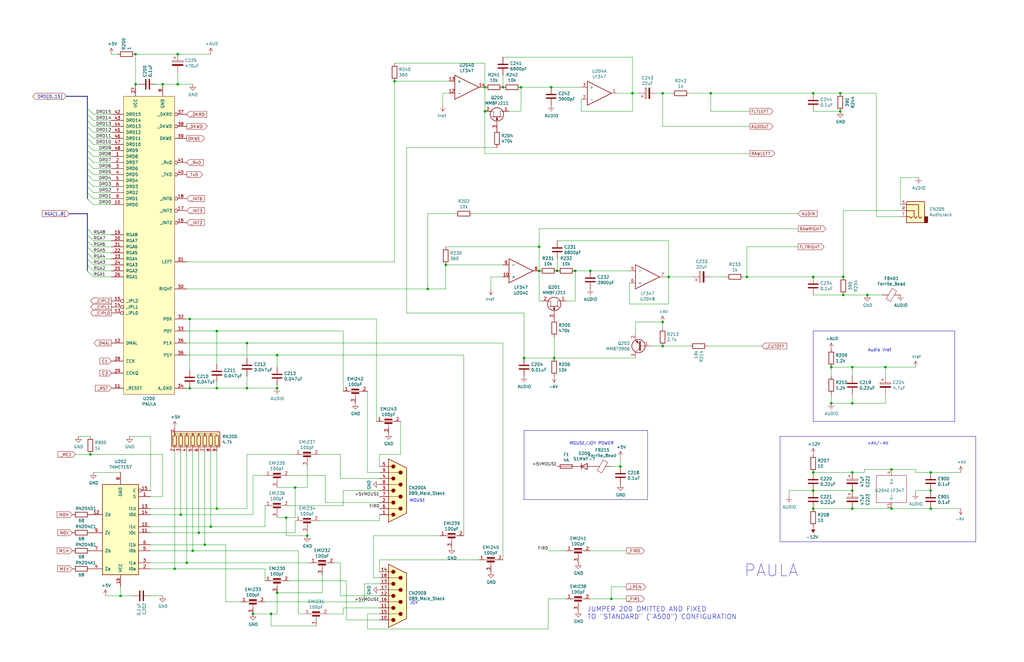
<source format=kicad_sch>
(kicad_sch
	(version 20231120)
	(generator "eeschema")
	(generator_version "8.0")
	(uuid "7b8fb213-e32a-4929-9cf4-ab2a4619ec76")
	(paper "B")
	(title_block
		(title "Amiga 2000 EATX")
		(date "2023-03-10")
		(rev "3.0")
	)
	
	(junction
		(at 242.57 114.3)
		(diameter 0)
		(color 0 0 0 0)
		(uuid "022ed1b0-ad04-4821-9ad1-d61e9ed38f6e")
	)
	(junction
		(at 392.43 214.63)
		(diameter 0)
		(color 0 0 0 0)
		(uuid "033e1082-a7f5-46d3-99be-759666dc0092")
	)
	(junction
		(at 76.2 217.17)
		(diameter 0)
		(color 0 0 0 0)
		(uuid "03a9e677-23c9-4a5e-8dfd-fa017ae38e36")
	)
	(junction
		(at 227.33 104.14)
		(diameter 0)
		(color 0 0 0 0)
		(uuid "06c71f1f-02ed-42db-a87a-56dcb9aac7b9")
	)
	(junction
		(at 350.52 170.18)
		(diameter 0)
		(color 0 0 0 0)
		(uuid "07772951-b991-4545-a3fe-343354d3377a")
	)
	(junction
		(at 78.74 237.49)
		(diameter 0)
		(color 0 0 0 0)
		(uuid "094bf942-e4cc-40bd-a215-18423bcdb217")
	)
	(junction
		(at 359.41 207.01)
		(diameter 0)
		(color 0 0 0 0)
		(uuid "0b2411be-2481-4900-8e99-41d50ff7870d")
	)
	(junction
		(at 114.3 259.08)
		(diameter 0)
		(color 0 0 0 0)
		(uuid "0ce3e4e2-f355-4c1f-886a-387c1cdd8d38")
	)
	(junction
		(at 359.41 199.39)
		(diameter 0)
		(color 0 0 0 0)
		(uuid "0edf082c-0ff5-4d04-a182-7e9aad56fff4")
	)
	(junction
		(at 91.44 139.7)
		(diameter 0)
		(color 0 0 0 0)
		(uuid "0f636983-a4cd-4347-a70c-5c2c5696f15c")
	)
	(junction
		(at 212.09 36.83)
		(diameter 0)
		(color 0 0 0 0)
		(uuid "11ac3974-73f5-4720-9917-7bc76ca84425")
	)
	(junction
		(at 104.14 144.78)
		(diameter 0)
		(color 0 0 0 0)
		(uuid "1c26f118-6f4d-460c-83ff-c6c8e1a6060c")
	)
	(junction
		(at 342.9 39.37)
		(diameter 0)
		(color 0 0 0 0)
		(uuid "252b961c-2225-466c-94bd-3f587aba9932")
	)
	(junction
		(at 180.34 121.92)
		(diameter 0)
		(color 0 0 0 0)
		(uuid "271d6c29-5d38-4b86-becc-50bad8af6c21")
	)
	(junction
		(at 342.9 116.84)
		(diameter 0)
		(color 0 0 0 0)
		(uuid "27f4c5c0-1b96-4ad3-af1b-75bbb55817f1")
	)
	(junction
		(at 233.68 151.13)
		(diameter 0)
		(color 0 0 0 0)
		(uuid "28bcb8c5-669e-4907-b9de-6a995aa97901")
	)
	(junction
		(at 355.6 124.46)
		(diameter 0)
		(color 0 0 0 0)
		(uuid "2c92942c-8144-496d-b42b-aa40a9dc42b9")
	)
	(junction
		(at 257.81 252.73)
		(diameter 0)
		(color 0 0 0 0)
		(uuid "304c8935-c552-4db5-9f61-987bf81a4d29")
	)
	(junction
		(at 350.52 154.94)
		(diameter 0)
		(color 0 0 0 0)
		(uuid "31885ca0-7343-4536-892f-ab34cf97f435")
	)
	(junction
		(at 204.47 36.83)
		(diameter 0)
		(color 0 0 0 0)
		(uuid "39582db7-ad36-4d3b-96ec-b1ee285ab4bb")
	)
	(junction
		(at 314.96 116.84)
		(diameter 0)
		(color 0 0 0 0)
		(uuid "3b99686d-4864-4b42-a4af-fd12d2b12e42")
	)
	(junction
		(at 91.44 214.63)
		(diameter 0)
		(color 0 0 0 0)
		(uuid "417e1043-00a6-4713-8aa0-10f243a7e9e8")
	)
	(junction
		(at 392.43 199.39)
		(diameter 0)
		(color 0 0 0 0)
		(uuid "44d9dac7-861a-4b60-a9a9-4f3c1cb00ad9")
	)
	(junction
		(at 38.1 191.77)
		(diameter 0)
		(color 0 0 0 0)
		(uuid "4857487b-c465-4940-a5e7-29101711daec")
	)
	(junction
		(at 392.43 207.01)
		(diameter 0)
		(color 0 0 0 0)
		(uuid "4906c5dc-9fdb-4096-8efb-a0fdb44b6bbd")
	)
	(junction
		(at 342.9 199.39)
		(diameter 0)
		(color 0 0 0 0)
		(uuid "4d111092-4c0d-458e-9cb5-043ec4c5a949")
	)
	(junction
		(at 359.41 154.94)
		(diameter 0)
		(color 0 0 0 0)
		(uuid "4da8c121-988d-4c54-93c6-07ad8299ebd7")
	)
	(junction
		(at 359.41 170.18)
		(diameter 0)
		(color 0 0 0 0)
		(uuid "518eb3d3-7373-4194-8ddd-c3db1cc40842")
	)
	(junction
		(at 373.38 154.94)
		(diameter 0)
		(color 0 0 0 0)
		(uuid "52c9e7b1-55a5-4410-af14-cb5f93f75c78")
	)
	(junction
		(at 88.9 222.25)
		(diameter 0)
		(color 0 0 0 0)
		(uuid "541095d0-c6a3-45d2-85fa-eea8a7e912e5")
	)
	(junction
		(at 116.84 149.86)
		(diameter 0)
		(color 0 0 0 0)
		(uuid "54a0e01b-e7f1-4f28-85ce-ad61295cef92")
	)
	(junction
		(at 234.95 114.3)
		(diameter 0)
		(color 0 0 0 0)
		(uuid "55a6ebcf-88e2-465b-97bc-699069c30677")
	)
	(junction
		(at 219.71 36.83)
		(diameter 0)
		(color 0 0 0 0)
		(uuid "5b8d69a0-fade-44e9-9669-6240ae4a2470")
	)
	(junction
		(at 80.01 163.83)
		(diameter 0)
		(color 0 0 0 0)
		(uuid "5fb30147-d9ba-4f30-b896-3ed482a1f864")
	)
	(junction
		(at 166.37 34.29)
		(diameter 0)
		(color 0 0 0 0)
		(uuid "63943ef5-50e7-462d-a334-4fa31f646760")
	)
	(junction
		(at 57.15 22.86)
		(diameter 0)
		(color 0 0 0 0)
		(uuid "68f76883-9140-497d-a041-e115030f3437")
	)
	(junction
		(at 83.82 224.79)
		(diameter 0)
		(color 0 0 0 0)
		(uuid "69ceb6e9-4253-4740-acdd-9d2500c6b456")
	)
	(junction
		(at 227.33 114.3)
		(diameter 0)
		(color 0 0 0 0)
		(uuid "6a1ef367-33b1-422e-983d-9966343faf09")
	)
	(junction
		(at 129.54 226.06)
		(diameter 0)
		(color 0 0 0 0)
		(uuid "6b1da2db-6c50-4325-af73-d02dd45d22f8")
	)
	(junction
		(at 354.33 39.37)
		(diameter 0)
		(color 0 0 0 0)
		(uuid "6b887e1a-27fa-4562-a26c-0c6d33c0fb15")
	)
	(junction
		(at 365.76 124.46)
		(diameter 0)
		(color 0 0 0 0)
		(uuid "6cef367c-8370-41dc-8ff8-27f67e732f38")
	)
	(junction
		(at 74.93 22.86)
		(diameter 0)
		(color 0 0 0 0)
		(uuid "6d22ae34-e22c-40c6-beb7-732f6eb8f941")
	)
	(junction
		(at 68.58 35.56)
		(diameter 0)
		(color 0 0 0 0)
		(uuid "6fa8d8eb-3ae1-4608-9524-53e95831d8aa")
	)
	(junction
		(at 73.66 240.03)
		(diameter 0)
		(color 0 0 0 0)
		(uuid "77d9d5f9-a5c3-4a27-a52d-020ab2927a81")
	)
	(junction
		(at 354.33 46.99)
		(diameter 0)
		(color 0 0 0 0)
		(uuid "7dd348d1-b5dd-40c0-a174-1494b96e795f")
	)
	(junction
		(at 375.92 198.12)
		(diameter 0)
		(color 0 0 0 0)
		(uuid "8019e827-6119-433b-9653-9a49633e0e57")
	)
	(junction
		(at 124.46 205.74)
		(diameter 0)
		(color 0 0 0 0)
		(uuid "847cb3bc-132c-4845-8a6b-7d9870976184")
	)
	(junction
		(at 342.9 207.01)
		(diameter 0)
		(color 0 0 0 0)
		(uuid "89798130-2f47-4ae1-8da9-fc68f09f9203")
	)
	(junction
		(at 104.14 163.83)
		(diameter 0)
		(color 0 0 0 0)
		(uuid "8d6490a0-6853-4304-a789-7d394b510eed")
	)
	(junction
		(at 50.8 251.46)
		(diameter 0)
		(color 0 0 0 0)
		(uuid "8db3f467-8843-494f-a32d-e43dbcfa9fee")
	)
	(junction
		(at 261.62 196.85)
		(diameter 0)
		(color 0 0 0 0)
		(uuid "8ec75424-a1fb-40c6-9449-12e5dc8ef5e4")
	)
	(junction
		(at 375.92 214.63)
		(diameter 0)
		(color 0 0 0 0)
		(uuid "90af88f2-596d-44d1-93dd-e848c4e15391")
	)
	(junction
		(at 342.9 214.63)
		(diameter 0)
		(color 0 0 0 0)
		(uuid "93ad4ba8-c076-4449-8bc2-3b9db5396c3c")
	)
	(junction
		(at 232.41 36.83)
		(diameter 0)
		(color 0 0 0 0)
		(uuid "96198bd0-5a55-4dd3-9586-b11233639cde")
	)
	(junction
		(at 299.72 39.37)
		(diameter 0)
		(color 0 0 0 0)
		(uuid "970a5918-c382-4db6-ba4b-7d7cceb33d2a")
	)
	(junction
		(at 359.41 214.63)
		(diameter 0)
		(color 0 0 0 0)
		(uuid "977e82c9-b967-4711-ae8b-af3776f7f03e")
	)
	(junction
		(at 86.36 229.87)
		(diameter 0)
		(color 0 0 0 0)
		(uuid "9b654bd0-2ba5-407e-b3f7-de967cc7ccc9")
	)
	(junction
		(at 74.93 35.56)
		(diameter 0)
		(color 0 0 0 0)
		(uuid "9eb4e298-9f3b-427a-acba-a201ed278ada")
	)
	(junction
		(at 80.01 134.62)
		(diameter 0)
		(color 0 0 0 0)
		(uuid "a3dde47c-f304-4aac-947a-66e8dbd48066")
	)
	(junction
		(at 81.28 232.41)
		(diameter 0)
		(color 0 0 0 0)
		(uuid "a49f21cd-9db5-489d-b246-11055e07ae82")
	)
	(junction
		(at 91.44 163.83)
		(diameter 0)
		(color 0 0 0 0)
		(uuid "b4cfdbe9-d318-433a-a21a-68e1d3c5f944")
	)
	(junction
		(at 279.4 146.05)
		(diameter 0)
		(color 0 0 0 0)
		(uuid "b6c22d64-39d5-4cfd-9fd4-61760bdbe9c1")
	)
	(junction
		(at 116.84 163.83)
		(diameter 0)
		(color 0 0 0 0)
		(uuid "c4fe5128-24ec-43af-b237-301df7741348")
	)
	(junction
		(at 116.84 250.19)
		(diameter 0)
		(color 0 0 0 0)
		(uuid "c6bc3f4d-dfac-43cf-a5aa-c38062cc33e3")
	)
	(junction
		(at 355.6 116.84)
		(diameter 0)
		(color 0 0 0 0)
		(uuid "cbc903b4-b77c-46fa-860b-47f57e5d48c9")
	)
	(junction
		(at 204.47 46.99)
		(diameter 0)
		(color 0 0 0 0)
		(uuid "cd3bde56-3e64-4294-ae1b-f2668650c367")
	)
	(junction
		(at 57.15 35.56)
		(diameter 0)
		(color 0 0 0 0)
		(uuid "d153d41d-3c20-4d2d-a8bc-bbd4eceaa42d")
	)
	(junction
		(at 279.4 135.89)
		(diameter 0)
		(color 0 0 0 0)
		(uuid "d402c79f-5ebd-43e0-b29a-4fd2f01fec43")
	)
	(junction
		(at 220.98 151.13)
		(diameter 0)
		(color 0 0 0 0)
		(uuid "da935321-abbc-4a62-bb3b-d371997746fc")
	)
	(junction
		(at 266.7 39.37)
		(diameter 0)
		(color 0 0 0 0)
		(uuid "db68acc4-772a-46c0-8f63-078978d80ed3")
	)
	(junction
		(at 281.94 116.84)
		(diameter 0)
		(color 0 0 0 0)
		(uuid "dd88286a-9b24-4681-9cb3-96f78456b45b")
	)
	(junction
		(at 187.96 111.76)
		(diameter 0)
		(color 0 0 0 0)
		(uuid "e496d250-cee5-47fd-a66b-58d8c62a2954")
	)
	(junction
		(at 248.92 114.3)
		(diameter 0)
		(color 0 0 0 0)
		(uuid "e546e5fb-9e8c-4df1-9b70-b21efa7cbf24")
	)
	(junction
		(at 120.65 218.44)
		(diameter 0)
		(color 0 0 0 0)
		(uuid "e61146df-71ab-4db6-9e71-0d2379fb685b")
	)
	(junction
		(at 279.4 39.37)
		(diameter 0)
		(color 0 0 0 0)
		(uuid "ef824464-8d42-4b66-b384-448d941701a3")
	)
	(junction
		(at 106.68 259.08)
		(diameter 0)
		(color 0 0 0 0)
		(uuid "f270ff25-0f42-4a66-a724-17b323938002")
	)
	(bus_entry
		(at 39.37 81.28)
		(size -2.54 -2.54)
		(stroke
			(width 0)
			(type default)
		)
		(uuid "1a5a8c34-a17b-48b7-bf93-d214d80c1724")
	)
	(bus_entry
		(at 39.37 101.6)
		(size -2.54 -2.54)
		(stroke
			(width 0)
			(type default)
		)
		(uuid "209150cf-92a6-4fcb-86ec-38330404f74b")
	)
	(bus_entry
		(at 39.37 83.82)
		(size -2.54 -2.54)
		(stroke
			(width 0)
			(type default)
		)
		(uuid "2219bd62-266a-497a-a123-dcecc75d07b4")
	)
	(bus_entry
		(at 39.37 106.68)
		(size -2.54 -2.54)
		(stroke
			(width 0)
			(type default)
		)
		(uuid "29780037-75f7-4e7c-a805-a4d2ed9e32c6")
	)
	(bus_entry
		(at 39.37 58.42)
		(size -2.54 -2.54)
		(stroke
			(width 0)
			(type default)
		)
		(uuid "2d97b39f-ad2c-494c-9673-c0120c88b1ed")
	)
	(bus_entry
		(at 39.37 48.26)
		(size -2.54 -2.54)
		(stroke
			(width 0)
			(type default)
		)
		(uuid "34cc78f0-3475-4fdb-ac74-353e33ccb226")
	)
	(bus_entry
		(at 39.37 76.2)
		(size -2.54 -2.54)
		(stroke
			(width 0)
			(type default)
		)
		(uuid "52f81cb5-3b96-43bb-bcf3-b6291a360899")
	)
	(bus_entry
		(at 39.37 66.04)
		(size -2.54 -2.54)
		(stroke
			(width 0)
			(type default)
		)
		(uuid "54fa6078-a194-4d7d-8d1a-6f39745d6bdb")
	)
	(bus_entry
		(at 39.37 60.96)
		(size -2.54 -2.54)
		(stroke
			(width 0)
			(type default)
		)
		(uuid "5c39d4ce-c765-4e8e-b098-ba2c5540a1e1")
	)
	(bus_entry
		(at 39.37 116.84)
		(size -2.54 -2.54)
		(stroke
			(width 0)
			(type default)
		)
		(uuid "5c81e401-e82a-4657-a24e-da435c30902a")
	)
	(bus_entry
		(at 39.37 55.88)
		(size -2.54 -2.54)
		(stroke
			(width 0)
			(type default)
		)
		(uuid "659154e6-5cfe-45b3-b1db-3835eae45181")
	)
	(bus_entry
		(at 39.37 53.34)
		(size -2.54 -2.54)
		(stroke
			(width 0)
			(type default)
		)
		(uuid "73a0321f-f711-4e86-be2e-ea060de8ab26")
	)
	(bus_entry
		(at 39.37 111.76)
		(size -2.54 -2.54)
		(stroke
			(width 0)
			(type default)
		)
		(uuid "846ff8e2-9218-4ea5-ae8b-f42fcd4ac6fd")
	)
	(bus_entry
		(at 39.37 71.12)
		(size -2.54 -2.54)
		(stroke
			(width 0)
			(type default)
		)
		(uuid "9348dd73-0857-4edf-8f27-61465d6062f0")
	)
	(bus_entry
		(at 39.37 68.58)
		(size -2.54 -2.54)
		(stroke
			(width 0)
			(type default)
		)
		(uuid "a7c03419-2e1b-45c7-a3a0-98ff69375418")
	)
	(bus_entry
		(at 39.37 109.22)
		(size -2.54 -2.54)
		(stroke
			(width 0)
			(type default)
		)
		(uuid "acc23078-08a6-41e8-966b-2bb9ee4f632b")
	)
	(bus_entry
		(at 39.37 99.06)
		(size -2.54 -2.54)
		(stroke
			(width 0)
			(type default)
		)
		(uuid "ae868970-e7dd-4fb6-91d4-166028ab2bb8")
	)
	(bus_entry
		(at 39.37 86.36)
		(size -2.54 -2.54)
		(stroke
			(width 0)
			(type default)
		)
		(uuid "b1b66e26-bd80-42dc-87ca-620fb4e15b7b")
	)
	(bus_entry
		(at 39.37 73.66)
		(size -2.54 -2.54)
		(stroke
			(width 0)
			(type default)
		)
		(uuid "b2e20cb2-353d-4d67-9a6d-b4c9b77ad725")
	)
	(bus_entry
		(at 39.37 63.5)
		(size -2.54 -2.54)
		(stroke
			(width 0)
			(type default)
		)
		(uuid "b9877316-74ff-4959-82e5-a1b0a3427151")
	)
	(bus_entry
		(at 39.37 50.8)
		(size -2.54 -2.54)
		(stroke
			(width 0)
			(type default)
		)
		(uuid "bc10a5f9-0b41-4da2-88ec-ccd01a02b3fb")
	)
	(bus_entry
		(at 39.37 104.14)
		(size -2.54 -2.54)
		(stroke
			(width 0)
			(type default)
		)
		(uuid "e0fbe680-f6eb-4668-ac3b-89e90ad39c27")
	)
	(bus_entry
		(at 39.37 114.3)
		(size -2.54 -2.54)
		(stroke
			(width 0)
			(type default)
		)
		(uuid "e36ec09d-1b46-49d1-a4ce-ceb082b0af5a")
	)
	(bus_entry
		(at 39.37 78.74)
		(size -2.54 -2.54)
		(stroke
			(width 0)
			(type default)
		)
		(uuid "f6e1434d-49a1-45e5-817c-7c479b8b18a4")
	)
	(wire
		(pts
			(xy 46.99 50.8) (xy 39.37 50.8)
		)
		(stroke
			(width 0)
			(type default)
		)
		(uuid "01fc64f5-f8d6-4db7-9a80-506ebeec5a6d")
	)
	(wire
		(pts
			(xy 171.45 132.08) (xy 220.98 132.08)
		)
		(stroke
			(width 0)
			(type default)
		)
		(uuid "045677eb-7554-4659-9f31-14e0459475b7")
	)
	(wire
		(pts
			(xy 350.52 166.37) (xy 350.52 170.18)
		)
		(stroke
			(width 0)
			(type default)
		)
		(uuid "05883522-a7e3-42eb-a249-58170466b083")
	)
	(wire
		(pts
			(xy 124.46 218.44) (xy 124.46 205.74)
		)
		(stroke
			(width 0)
			(type default)
		)
		(uuid "07be0f71-092f-424c-9fcb-2ef400597a2d")
	)
	(wire
		(pts
			(xy 46.99 55.88) (xy 39.37 55.88)
		)
		(stroke
			(width 0)
			(type default)
		)
		(uuid "09968d3f-cf78-4285-b28b-56d85efd3fca")
	)
	(wire
		(pts
			(xy 63.5 251.46) (xy 68.58 251.46)
		)
		(stroke
			(width 0)
			(type default)
		)
		(uuid "0a87c69a-7665-4d53-bbbe-d850b0022435")
	)
	(wire
		(pts
			(xy 257.81 252.73) (xy 264.16 252.73)
		)
		(stroke
			(width 0)
			(type default)
		)
		(uuid "0ae643ef-8d7d-4839-9576-77cfdf6c64a5")
	)
	(wire
		(pts
			(xy 154.94 165.1) (xy 154.94 199.39)
		)
		(stroke
			(width 0)
			(type default)
		)
		(uuid "0c06a6ed-922a-4b98-81bd-1db3449936e8")
	)
	(wire
		(pts
			(xy 373.38 154.94) (xy 386.08 154.94)
		)
		(stroke
			(width 0)
			(type default)
		)
		(uuid "0de13de8-1b54-4bbe-8cb8-27e0a7c21600")
	)
	(wire
		(pts
			(xy 245.11 46.99) (xy 266.7 46.99)
		)
		(stroke
			(width 0)
			(type default)
		)
		(uuid "0f84dfc6-d130-4a6d-95df-98deca4a6b9a")
	)
	(wire
		(pts
			(xy 46.99 114.3) (xy 39.37 114.3)
		)
		(stroke
			(width 0)
			(type default)
		)
		(uuid "10ce860e-76bd-4887-9501-85ccf1478d46")
	)
	(wire
		(pts
			(xy 386.08 198.12) (xy 386.08 199.39)
		)
		(stroke
			(width 0)
			(type default)
		)
		(uuid "1568ce60-7de5-41f7-bfcc-332795d291c1")
	)
	(wire
		(pts
			(xy 279.4 53.34) (xy 316.23 53.34)
		)
		(stroke
			(width 0)
			(type default)
		)
		(uuid "15b35da9-0cfa-404a-b3d2-f109d0f6525e")
	)
	(wire
		(pts
			(xy 83.82 190.5) (xy 83.82 224.79)
		)
		(stroke
			(width 0)
			(type default)
		)
		(uuid "16641bd7-eb04-4c2b-a97f-6400412bee94")
	)
	(wire
		(pts
			(xy 135.89 242.57) (xy 135.89 250.19)
		)
		(stroke
			(width 0)
			(type default)
		)
		(uuid "1695b18b-7d14-49af-aaed-42e47d23eea5")
	)
	(wire
		(pts
			(xy 267.97 135.89) (xy 279.4 135.89)
		)
		(stroke
			(width 0)
			(type default)
		)
		(uuid "18091781-c546-4c9c-88a7-7bb15c96bfd6")
	)
	(wire
		(pts
			(xy 375.92 214.63) (xy 359.41 214.63)
		)
		(stroke
			(width 0)
			(type default)
		)
		(uuid "18c8ba01-5cbb-4283-a7f3-4291279fae82")
	)
	(wire
		(pts
			(xy 46.99 116.84) (xy 39.37 116.84)
		)
		(stroke
			(width 0)
			(type default)
		)
		(uuid "1922f571-49d9-4276-9f7b-db9f151b64c0")
	)
	(wire
		(pts
			(xy 46.99 73.66) (xy 39.37 73.66)
		)
		(stroke
			(width 0)
			(type default)
		)
		(uuid "19c6ceb2-6cb3-406e-951f-29b3509ddc9c")
	)
	(wire
		(pts
			(xy 114.3 264.16) (xy 114.3 259.08)
		)
		(stroke
			(width 0)
			(type default)
		)
		(uuid "1a8bb405-b966-41b2-9c84-b36dc5d2835c")
	)
	(wire
		(pts
			(xy 298.45 146.05) (xy 321.31 146.05)
		)
		(stroke
			(width 0)
			(type default)
		)
		(uuid "1cdb9725-d80f-45bf-8b08-ef42409c0a58")
	)
	(wire
		(pts
			(xy 76.2 190.5) (xy 76.2 217.17)
		)
		(stroke
			(width 0)
			(type default)
		)
		(uuid "201bf602-f366-4397-835a-737ae601e0cc")
	)
	(wire
		(pts
			(xy 46.99 111.76) (xy 39.37 111.76)
		)
		(stroke
			(width 0)
			(type default)
		)
		(uuid "20dc9f98-3bfb-4ba9-8eb6-acd5cf8915c1")
	)
	(wire
		(pts
			(xy 248.92 114.3) (xy 265.43 114.3)
		)
		(stroke
			(width 0)
			(type default)
		)
		(uuid "21dd9362-6ea1-43df-9988-4d3bbd9d7ef4")
	)
	(wire
		(pts
			(xy 106.68 200.66) (xy 111.76 200.66)
		)
		(stroke
			(width 0)
			(type default)
		)
		(uuid "254d32b9-c1d5-4465-a7b4-5583a5db6e8d")
	)
	(wire
		(pts
			(xy 81.28 232.41) (xy 125.73 232.41)
		)
		(stroke
			(width 0)
			(type default)
		)
		(uuid "2672aedf-4d9d-442a-b51b-02e53f4ad353")
	)
	(wire
		(pts
			(xy 290.83 39.37) (xy 299.72 39.37)
		)
		(stroke
			(width 0)
			(type default)
		)
		(uuid "26dcb530-49e7-4e1d-9e09-4ad1ba5b8eed")
	)
	(wire
		(pts
			(xy 207.01 116.84) (xy 207.01 121.92)
		)
		(stroke
			(width 0)
			(type default)
		)
		(uuid "2793da3d-eb13-43b0-8d22-ec12086936d4")
	)
	(wire
		(pts
			(xy 74.93 35.56) (xy 74.93 30.48)
		)
		(stroke
			(width 0)
			(type default)
		)
		(uuid "27961f35-a6b9-4b86-918d-80db09b33586")
	)
	(wire
		(pts
			(xy 187.96 121.92) (xy 187.96 111.76)
		)
		(stroke
			(width 0)
			(type default)
		)
		(uuid "27f4185d-8692-46f6-8d88-8a6776a2986a")
	)
	(wire
		(pts
			(xy 238.76 252.73) (xy 231.14 252.73)
		)
		(stroke
			(width 0)
			(type default)
		)
		(uuid "281af4a6-8054-48b9-823f-2ba7461a4e17")
	)
	(wire
		(pts
			(xy 166.37 26.67) (xy 204.47 26.67)
		)
		(stroke
			(width 0)
			(type default)
		)
		(uuid "28b9c4b9-775c-4244-8de0-9e3951ca03fc")
	)
	(wire
		(pts
			(xy 95.25 229.87) (xy 95.25 254)
		)
		(stroke
			(width 0)
			(type default)
		)
		(uuid "2aaca625-dc97-4529-af31-b615ba3a483e")
	)
	(wire
		(pts
			(xy 46.99 86.36) (xy 39.37 86.36)
		)
		(stroke
			(width 0)
			(type default)
		)
		(uuid "2c9b1dac-325a-4c95-9a36-97d1b897f57f")
	)
	(wire
		(pts
			(xy 364.49 199.39) (xy 364.49 198.12)
		)
		(stroke
			(width 0)
			(type default)
		)
		(uuid "2cee8b2d-a3ac-420f-83af-3c0bb961df2a")
	)
	(wire
		(pts
			(xy 46.99 22.86) (xy 49.53 22.86)
		)
		(stroke
			(width 0)
			(type default)
		)
		(uuid "2d10ff07-e887-43cf-a76c-aca63409005b")
	)
	(polyline
		(pts
			(xy 328.93 184.15) (xy 328.93 228.6)
		)
		(stroke
			(width 0)
			(type default)
		)
		(uuid "2db97d23-ac86-45df-839a-e38044a99221")
	)
	(wire
		(pts
			(xy 63.5 184.15) (xy 54.61 184.15)
		)
		(stroke
			(width 0)
			(type default)
		)
		(uuid "3085123b-cb35-4cd8-9cd9-1384ef088a70")
	)
	(wire
		(pts
			(xy 364.49 198.12) (xy 375.92 198.12)
		)
		(stroke
			(width 0)
			(type default)
		)
		(uuid "3096967d-fa32-4210-8ad1-89d12cbd48e9")
	)
	(bus
		(pts
			(xy 36.83 68.58) (xy 36.83 71.12)
		)
		(stroke
			(width 0)
			(type default)
		)
		(uuid "30bf3018-d422-45d5-8c6f-9ed14773f837")
	)
	(wire
		(pts
			(xy 279.4 146.05) (xy 290.83 146.05)
		)
		(stroke
			(width 0)
			(type default)
		)
		(uuid "30f1163b-a5dc-4019-907f-a7ffe8734cc4")
	)
	(wire
		(pts
			(xy 212.09 31.75) (xy 212.09 36.83)
		)
		(stroke
			(width 0)
			(type default)
		)
		(uuid "3123dfcd-f636-4d3e-a458-a5fff51cf4cf")
	)
	(wire
		(pts
			(xy 143.51 201.93) (xy 160.02 201.93)
		)
		(stroke
			(width 0)
			(type default)
		)
		(uuid "31c42125-8222-4751-8bec-f0f39c075ee7")
	)
	(wire
		(pts
			(xy 153.67 254) (xy 153.67 246.38)
		)
		(stroke
			(width 0)
			(type default)
		)
		(uuid "32c0fd91-dbc3-4ae0-85ca-ae7ba04e9e5f")
	)
	(wire
		(pts
			(xy 369.57 91.44) (xy 369.57 39.37)
		)
		(stroke
			(width 0)
			(type default)
		)
		(uuid "33c655c9-8ad8-4aa1-9b46-5a0057e51bc5")
	)
	(wire
		(pts
			(xy 63.5 224.79) (xy 83.82 224.79)
		)
		(stroke
			(width 0)
			(type default)
		)
		(uuid "346f8c51-5319-488d-b88b-0d5c1e4d8998")
	)
	(wire
		(pts
			(xy 46.99 48.26) (xy 39.37 48.26)
		)
		(stroke
			(width 0)
			(type default)
		)
		(uuid "35cf6245-fe83-485b-a88a-2fb755df549d")
	)
	(wire
		(pts
			(xy 314.96 104.14) (xy 336.55 104.14)
		)
		(stroke
			(width 0)
			(type default)
		)
		(uuid "3768fc2c-9cb3-48ae-b6ab-99e176214519")
	)
	(wire
		(pts
			(xy 46.99 78.74) (xy 39.37 78.74)
		)
		(stroke
			(width 0)
			(type default)
		)
		(uuid "37b24453-feda-43a1-9a63-1560e2c86bef")
	)
	(wire
		(pts
			(xy 279.4 39.37) (xy 279.4 53.34)
		)
		(stroke
			(width 0)
			(type default)
		)
		(uuid "3806416f-b540-48a3-81a3-e6a7602b4232")
	)
	(wire
		(pts
			(xy 46.99 106.68) (xy 39.37 106.68)
		)
		(stroke
			(width 0)
			(type default)
		)
		(uuid "380c40bc-1600-40ca-a6cd-6984fb6d6205")
	)
	(wire
		(pts
			(xy 121.92 213.36) (xy 144.78 213.36)
		)
		(stroke
			(width 0)
			(type default)
		)
		(uuid "3855c327-74e8-47ff-a4d2-6cddfb6f08a2")
	)
	(wire
		(pts
			(xy 138.43 259.08) (xy 144.78 259.08)
		)
		(stroke
			(width 0)
			(type default)
		)
		(uuid "38f4a031-5dd2-4ab6-a569-e927d228cff9")
	)
	(bus
		(pts
			(xy 36.83 50.8) (xy 36.83 53.34)
		)
		(stroke
			(width 0)
			(type default)
		)
		(uuid "39f41e58-4805-4c0e-9c9b-843c3ee28d63")
	)
	(wire
		(pts
			(xy 160.02 219.71) (xy 160.02 217.17)
		)
		(stroke
			(width 0)
			(type default)
		)
		(uuid "3a8af4ba-5dae-492d-b4a4-f85096cb98db")
	)
	(wire
		(pts
			(xy 46.99 101.6) (xy 39.37 101.6)
		)
		(stroke
			(width 0)
			(type default)
		)
		(uuid "3bcd97d0-9db8-4943-bda4-f80be130b81e")
	)
	(wire
		(pts
			(xy 91.44 139.7) (xy 144.78 139.7)
		)
		(stroke
			(width 0)
			(type default)
		)
		(uuid "3bd5953a-75f5-431b-af28-d774ef8fcc8b")
	)
	(wire
		(pts
			(xy 74.93 22.86) (xy 88.9 22.86)
		)
		(stroke
			(width 0)
			(type default)
		)
		(uuid "3bf0540d-a313-4727-83d1-7fe3dd73079d")
	)
	(wire
		(pts
			(xy 365.76 124.46) (xy 355.6 124.46)
		)
		(stroke
			(width 0)
			(type default)
		)
		(uuid "3db61d9e-445e-4ecb-9325-a79502a8a6b5")
	)
	(polyline
		(pts
			(xy 220.98 210.82) (xy 273.05 210.82)
		)
		(stroke
			(width 0)
			(type default)
		)
		(uuid "3f4a5f69-d3f4-4a4f-bc00-635c3f89de9a")
	)
	(bus
		(pts
			(xy 36.83 40.64) (xy 27.94 40.64)
		)
		(stroke
			(width 0)
			(type default)
		)
		(uuid "4107b958-c78b-40dc-86fd-2e68311513c1")
	)
	(wire
		(pts
			(xy 143.51 251.46) (xy 160.02 251.46)
		)
		(stroke
			(width 0)
			(type default)
		)
		(uuid "415a7231-25bc-4881-8d71-a9425efb28d0")
	)
	(wire
		(pts
			(xy 63.5 229.87) (xy 86.36 229.87)
		)
		(stroke
			(width 0)
			(type default)
		)
		(uuid "42513658-86a9-4160-ab30-6a9cd4c53a1e")
	)
	(wire
		(pts
			(xy 157.48 226.06) (xy 157.48 243.84)
		)
		(stroke
			(width 0)
			(type default)
		)
		(uuid "42e9d9ff-ac21-40be-ba13-d9c014611990")
	)
	(wire
		(pts
			(xy 46.99 83.82) (xy 39.37 83.82)
		)
		(stroke
			(width 0)
			(type default)
		)
		(uuid "43b38fb9-1a61-4a97-b3b6-e316147ef94e")
	)
	(wire
		(pts
			(xy 124.46 224.79) (xy 124.46 219.71)
		)
		(stroke
			(width 0)
			(type default)
		)
		(uuid "43dab985-332e-46ab-86a6-85601832d3e4")
	)
	(bus
		(pts
			(xy 36.83 73.66) (xy 36.83 76.2)
		)
		(stroke
			(width 0)
			(type default)
		)
		(uuid "448212c3-a4cf-4f2f-a5f5-04690c7a3aa4")
	)
	(bus
		(pts
			(xy 36.83 111.76) (xy 36.83 114.3)
		)
		(stroke
			(width 0)
			(type default)
		)
		(uuid "44b7eb66-99ab-418c-9d62-9fe15d087824")
	)
	(wire
		(pts
			(xy 204.47 26.67) (xy 204.47 36.83)
		)
		(stroke
			(width 0)
			(type default)
		)
		(uuid "45c64485-189c-4b81-bf86-b9019af4bd93")
	)
	(wire
		(pts
			(xy 116.84 163.83) (xy 116.84 162.56)
		)
		(stroke
			(width 0)
			(type default)
		)
		(uuid "45d36407-09c1-4a62-84a1-b38be8e89203")
	)
	(wire
		(pts
			(xy 116.84 250.19) (xy 116.84 259.08)
		)
		(stroke
			(width 0)
			(type default)
		)
		(uuid "47dd7b0b-9840-4d4e-9e60-1a532d375965")
	)
	(wire
		(pts
			(xy 134.62 191.77) (xy 143.51 191.77)
		)
		(stroke
			(width 0)
			(type default)
		)
		(uuid "4819408e-76b6-4e5c-948b-5e704b61eaf0")
	)
	(wire
		(pts
			(xy 50.8 199.39) (xy 39.37 199.39)
		)
		(stroke
			(width 0)
			(type default)
		)
		(uuid "48e6cb28-2cb2-47e1-9fac-388e37adcb32")
	)
	(wire
		(pts
			(xy 359.41 166.37) (xy 359.41 170.18)
		)
		(stroke
			(width 0)
			(type default)
		)
		(uuid "48fc75b7-6b22-4a04-9637-e93226e387ca")
	)
	(wire
		(pts
			(xy 280.67 116.84) (xy 281.94 116.84)
		)
		(stroke
			(width 0)
			(type default)
		)
		(uuid "4ab686c1-e3c5-4ea7-92f2-e3d73818fc38")
	)
	(bus
		(pts
			(xy 36.83 90.17) (xy 36.83 96.52)
		)
		(stroke
			(width 0)
			(type default)
		)
		(uuid "4b419771-ddf6-41f0-b502-6d8385a75293")
	)
	(wire
		(pts
			(xy 350.52 154.94) (xy 359.41 154.94)
		)
		(stroke
			(width 0)
			(type default)
		)
		(uuid "4b6de8a0-e981-42d7-b2ce-cdb4cd97fb0a")
	)
	(polyline
		(pts
			(xy 411.48 228.6) (xy 411.48 184.15)
		)
		(stroke
			(width 0)
			(type default)
		)
		(uuid "4bb86eeb-0de6-42e7-a3c4-598904e412f3")
	)
	(wire
		(pts
			(xy 220.98 151.13) (xy 233.68 151.13)
		)
		(stroke
			(width 0)
			(type default)
		)
		(uuid "4bf461ec-0a30-4f3f-962c-9cd604b79336")
	)
	(wire
		(pts
			(xy 227.33 127) (xy 228.6 127)
		)
		(stroke
			(width 0)
			(type default)
		)
		(uuid "4dad09e6-2507-4d8a-b240-be5247a39372")
	)
	(wire
		(pts
			(xy 185.42 226.06) (xy 157.48 226.06)
		)
		(stroke
			(width 0)
			(type default)
		)
		(uuid "4dd7a969-42fb-4cfe-863e-84a3195c36a0")
	)
	(wire
		(pts
			(xy 227.33 96.52) (xy 336.55 96.52)
		)
		(stroke
			(width 0)
			(type default)
		)
		(uuid "4e362522-8c23-4284-b0c3-3d83f94dde39")
	)
	(wire
		(pts
			(xy 227.33 114.3) (xy 227.33 127)
		)
		(stroke
			(width 0)
			(type default)
		)
		(uuid "51a12416-5424-465c-963d-947c43b90eee")
	)
	(wire
		(pts
			(xy 204.47 36.83) (xy 204.47 46.99)
		)
		(stroke
			(width 0)
			(type default)
		)
		(uuid "524b03c0-744e-4855-8c7a-9b1ff91e3d36")
	)
	(wire
		(pts
			(xy 267.97 140.97) (xy 267.97 135.89)
		)
		(stroke
			(width 0)
			(type default)
		)
		(uuid "52e3d5c4-1ff2-4116-996b-95d5db84ab8a")
	)
	(wire
		(pts
			(xy 359.41 170.18) (xy 373.38 170.18)
		)
		(stroke
			(width 0)
			(type default)
		)
		(uuid "548b38da-ad30-4518-bc9b-3742464fa4b4")
	)
	(wire
		(pts
			(xy 342.9 46.99) (xy 354.33 46.99)
		)
		(stroke
			(width 0)
			(type default)
		)
		(uuid "554b0e04-daa5-4da1-a494-2a49766f33f8")
	)
	(wire
		(pts
			(xy 134.62 219.71) (xy 160.02 219.71)
		)
		(stroke
			(width 0)
			(type default)
		)
		(uuid "55ff191b-c9c8-42b5-bf4a-3562f6837dc4")
	)
	(bus
		(pts
			(xy 36.83 55.88) (xy 36.83 58.42)
		)
		(stroke
			(width 0)
			(type default)
		)
		(uuid "56d15f5e-0018-45a8-b45f-04c1a5d0e9ed")
	)
	(wire
		(pts
			(xy 201.93 236.22) (xy 160.02 236.22)
		)
		(stroke
			(width 0)
			(type default)
		)
		(uuid "56e14bd5-ef7c-4bea-8ce0-c14a9effa3c8")
	)
	(wire
		(pts
			(xy 57.15 22.86) (xy 74.93 22.86)
		)
		(stroke
			(width 0)
			(type default)
		)
		(uuid "581fc63c-364b-4c54-a3dd-0cb8c52cf484")
	)
	(wire
		(pts
			(xy 379.73 86.36) (xy 379.73 74.93)
		)
		(stroke
			(width 0)
			(type default)
		)
		(uuid "584e67f3-a3e3-40ef-b764-b3ec310646bf")
	)
	(wire
		(pts
			(xy 104.14 191.77) (xy 124.46 191.77)
		)
		(stroke
			(width 0)
			(type default)
		)
		(uuid "59e23865-ffc0-4d1d-9080-670a2419f4e0")
	)
	(wire
		(pts
			(xy 111.76 254) (xy 153.67 254)
		)
		(stroke
			(width 0)
			(type default)
		)
		(uuid "5af6a303-0be4-4e5e-a411-454c78f12398")
	)
	(wire
		(pts
			(xy 46.99 68.58) (xy 39.37 68.58)
		)
		(stroke
			(width 0)
			(type default)
		)
		(uuid "5c5d898c-03ea-457a-8e28-cb9427edbc22")
	)
	(wire
		(pts
			(xy 104.14 151.13) (xy 104.14 144.78)
		)
		(stroke
			(width 0)
			(type default)
		)
		(uuid "5d7aeac7-fce6-4544-b907-0acfa32b3190")
	)
	(wire
		(pts
			(xy 63.5 232.41) (xy 81.28 232.41)
		)
		(stroke
			(width 0)
			(type default)
		)
		(uuid "5d80f97d-b2be-4cef-8ee0-8957f590df08")
	)
	(wire
		(pts
			(xy 46.99 63.5) (xy 39.37 63.5)
		)
		(stroke
			(width 0)
			(type default)
		)
		(uuid "5de63878-932d-4276-b816-d1fec03d1119")
	)
	(wire
		(pts
			(xy 281.94 128.27) (xy 281.94 116.84)
		)
		(stroke
			(width 0)
			(type default)
		)
		(uuid "5ea8aeaa-f220-450e-a3ac-3b33d941415a")
	)
	(wire
		(pts
			(xy 180.34 121.92) (xy 180.34 90.17)
		)
		(stroke
			(width 0)
			(type default)
		)
		(uuid "603a73ea-9e71-4005-b69e-11c0f49d27ab")
	)
	(wire
		(pts
			(xy 50.8 251.46) (xy 44.45 251.46)
		)
		(stroke
			(width 0)
			(type default)
		)
		(uuid "603eb5f7-6cec-4f80-9f28-d14fde920d2e")
	)
	(wire
		(pts
			(xy 314.96 116.84) (xy 314.96 104.14)
		)
		(stroke
			(width 0)
			(type default)
		)
		(uuid "610e5539-6f72-4a3e-8590-17b3bfbf7663")
	)
	(wire
		(pts
			(xy 266.7 39.37) (xy 269.24 39.37)
		)
		(stroke
			(width 0)
			(type default)
		)
		(uuid "618bc6d4-98c8-4a5e-99c7-25d424a7333f")
	)
	(wire
		(pts
			(xy 232.41 36.83) (xy 245.11 36.83)
		)
		(stroke
			(width 0)
			(type default)
		)
		(uuid "6372f8dd-9fc8-4219-bbd3-0b4a8a05f223")
	)
	(wire
		(pts
			(xy 189.23 39.37) (xy 186.69 39.37)
		)
		(stroke
			(width 0)
			(type default)
		)
		(uuid "63d1a912-9ee2-44cd-88d1-2977e4889678")
	)
	(wire
		(pts
			(xy 257.81 196.85) (xy 261.62 196.85)
		)
		(stroke
			(width 0)
			(type default)
		)
		(uuid "657bb616-a9bd-466e-8569-7f6fc616a9e5")
	)
	(bus
		(pts
			(xy 36.83 99.06) (xy 36.83 101.6)
		)
		(stroke
			(width 0)
			(type default)
		)
		(uuid "65dfddcc-d061-48a0-b706-a9a862f74d04")
	)
	(wire
		(pts
			(xy 359.41 158.75) (xy 359.41 154.94)
		)
		(stroke
			(width 0)
			(type default)
		)
		(uuid "665e2b49-d692-4eb4-836f-8d6ac16ecef8")
	)
	(wire
		(pts
			(xy 78.74 237.49) (xy 130.81 237.49)
		)
		(stroke
			(width 0)
			(type default)
		)
		(uuid "670e2d6f-e4c4-4a69-99ed-a72287a842b8")
	)
	(wire
		(pts
			(xy 104.14 214.63) (xy 104.14 191.77)
		)
		(stroke
			(width 0)
			(type default)
		)
		(uuid "671b1073-7e31-493f-9ed7-a2b265d2f19e")
	)
	(wire
		(pts
			(xy 78.74 144.78) (xy 104.14 144.78)
		)
		(stroke
			(width 0)
			(type default)
		)
		(uuid "67368c19-8ed7-4a4f-9bf7-697ca7156116")
	)
	(wire
		(pts
			(xy 57.15 35.56) (xy 57.15 22.86)
		)
		(stroke
			(width 0)
			(type default)
		)
		(uuid "679dd3b8-64da-4a9a-9af4-ad03c2f4bcf2")
	)
	(wire
		(pts
			(xy 137.16 200.66) (xy 137.16 212.09)
		)
		(stroke
			(width 0)
			(type default)
		)
		(uuid "67aa0f0e-40fa-4b97-bc01-cfa8b91f33ed")
	)
	(wire
		(pts
			(xy 129.54 205.74) (xy 124.46 205.74)
		)
		(stroke
			(width 0)
			(type default)
		)
		(uuid "67ae736c-abcf-48f9-a96b-3648f05e589b")
	)
	(wire
		(pts
			(xy 95.25 254) (xy 101.6 254)
		)
		(stroke
			(width 0)
			(type default)
		)
		(uuid "686f668b-62f5-4dd1-bf56-30bf27f7a3ec")
	)
	(wire
		(pts
			(xy 386.08 207.01) (xy 386.08 208.28)
		)
		(stroke
			(width 0)
			(type default)
		)
		(uuid "69eeb87f-8e1e-4793-8286-902ea40e3f47")
	)
	(wire
		(pts
			(xy 342.9 207.01) (xy 359.41 207.01)
		)
		(stroke
			(width 0)
			(type default)
		)
		(uuid "6b4f0fec-0f57-425a-8779-598a70d31b71")
	)
	(wire
		(pts
			(xy 257.81 252.73) (xy 257.81 247.65)
		)
		(stroke
			(width 0)
			(type default)
		)
		(uuid "6c7ee9e5-59fb-481d-bc86-5453ca88a4de")
	)
	(bus
		(pts
			(xy 36.83 40.64) (xy 36.83 45.72)
		)
		(stroke
			(width 0)
			(type default)
		)
		(uuid "6e013fd1-3ada-4f24-841e-5a161694382f")
	)
	(wire
		(pts
			(xy 46.99 76.2) (xy 39.37 76.2)
		)
		(stroke
			(width 0)
			(type default)
		)
		(uuid "6e27ef92-3464-4e1e-a08f-ae2d7a5295e0")
	)
	(wire
		(pts
			(xy 355.6 88.9) (xy 379.73 88.9)
		)
		(stroke
			(width 0)
			(type default)
		)
		(uuid "6e587948-0063-4c90-ab4c-d91bae3bb04c")
	)
	(bus
		(pts
			(xy 36.83 81.28) (xy 36.83 83.82)
		)
		(stroke
			(width 0)
			(type default)
		)
		(uuid "6fc9b07c-d7b1-49c1-8cd2-93ca4a67f0e0")
	)
	(wire
		(pts
			(xy 238.76 232.41) (xy 231.14 232.41)
		)
		(stroke
			(width 0)
			(type default)
		)
		(uuid "701f9a17-c78b-4216-87e4-03d099f91bfe")
	)
	(wire
		(pts
			(xy 106.68 217.17) (xy 106.68 200.66)
		)
		(stroke
			(width 0)
			(type default)
		)
		(uuid "71dda734-3f08-4618-8748-e38a4bab3aff")
	)
	(wire
		(pts
			(xy 248.92 232.41) (xy 264.16 232.41)
		)
		(stroke
			(width 0)
			(type default)
		)
		(uuid "72c6e241-6b57-4d68-80fa-a9f4d88fe7a0")
	)
	(wire
		(pts
			(xy 154.94 265.43) (xy 154.94 259.08)
		)
		(stroke
			(width 0)
			(type default)
		)
		(uuid "72fa2966-f7c4-4680-afde-735bb0a3b357")
	)
	(wire
		(pts
			(xy 186.69 39.37) (xy 186.69 44.45)
		)
		(stroke
			(width 0)
			(type default)
		)
		(uuid "739ba164-6389-4574-8c5a-fd210110e42f")
	)
	(bus
		(pts
			(xy 36.83 66.04) (xy 36.83 68.58)
		)
		(stroke
			(width 0)
			(type default)
		)
		(uuid "73c5240e-e57d-4854-8649-aab95415979d")
	)
	(wire
		(pts
			(xy 114.3 259.08) (xy 106.68 259.08)
		)
		(stroke
			(width 0)
			(type default)
		)
		(uuid "73e9ef60-cb8b-43d9-9b2f-86d023ac32b8")
	)
	(polyline
		(pts
			(xy 342.9 177.8) (xy 402.59 177.8)
		)
		(stroke
			(width 0)
			(type default)
		)
		(uuid "73ebbdf2-1cec-4839-a7fb-def830ba67bb")
	)
	(wire
		(pts
			(xy 354.33 39.37) (xy 342.9 39.37)
		)
		(stroke
			(width 0)
			(type default)
		)
		(uuid "743549f7-cb0b-48c1-b55c-0bb0a0185a3f")
	)
	(wire
		(pts
			(xy 135.89 250.19) (xy 116.84 250.19)
		)
		(stroke
			(width 0)
			(type default)
		)
		(uuid "761ef91d-1063-41a8-b6ba-38e5ed348cd3")
	)
	(bus
		(pts
			(xy 36.83 45.72) (xy 36.83 48.26)
		)
		(stroke
			(width 0)
			(type default)
		)
		(uuid "77ea96fb-842e-4f19-bddd-56e37a3efa93")
	)
	(wire
		(pts
			(xy 379.73 91.44) (xy 369.57 91.44)
		)
		(stroke
			(width 0)
			(type default)
		)
		(uuid "78b001f1-8866-4344-b64d-23cae183515b")
	)
	(wire
		(pts
			(xy 276.86 39.37) (xy 279.4 39.37)
		)
		(stroke
			(width 0)
			(type default)
		)
		(uuid "7937b5c8-8116-4f5f-9321-89404f2118c8")
	)
	(wire
		(pts
			(xy 299.72 39.37) (xy 299.72 46.99)
		)
		(stroke
			(width 0)
			(type default)
		)
		(uuid "79c7ea56-1269-45ab-b6c6-56c231332c17")
	)
	(wire
		(pts
			(xy 154.94 259.08) (xy 160.02 259.08)
		)
		(stroke
			(width 0)
			(type default)
		)
		(uuid "7a931c37-0f05-4283-9bf7-6244b337314e")
	)
	(wire
		(pts
			(xy 104.14 158.75) (xy 104.14 163.83)
		)
		(stroke
			(width 0)
			(type default)
		)
		(uuid "7c506ea5-b0a5-4132-98b2-3ac1622ee61d")
	)
	(polyline
		(pts
			(xy 342.9 139.7) (xy 342.9 177.8)
		)
		(stroke
			(width 0)
			(type default)
		)
		(uuid "7edad0e4-fb5c-4fe2-8442-7234992bbd55")
	)
	(wire
		(pts
			(xy 144.78 207.01) (xy 160.02 207.01)
		)
		(stroke
			(width 0)
			(type default)
		)
		(uuid "7eed5f6a-57fa-4c0d-aec8-7d8156819ebb")
	)
	(wire
		(pts
			(xy 220.98 132.08) (xy 220.98 151.13)
		)
		(stroke
			(width 0)
			(type default)
		)
		(uuid "7f8c23a1-63e5-4f75-adb9-ea8e18d1f37b")
	)
	(wire
		(pts
			(xy 359.41 199.39) (xy 342.9 199.39)
		)
		(stroke
			(width 0)
			(type default)
		)
		(uuid "8018a11b-bd77-41f2-a164-09becbad7087")
	)
	(wire
		(pts
			(xy 373.38 158.75) (xy 373.38 154.94)
		)
		(stroke
			(width 0)
			(type default)
		)
		(uuid "80661c7c-677d-41c0-8b30-a0f1e5102fee")
	)
	(wire
		(pts
			(xy 166.37 34.29) (xy 166.37 110.49)
		)
		(stroke
			(width 0)
			(type default)
		)
		(uuid "80faebe5-570a-4b13-9086-16b979a31f43")
	)
	(wire
		(pts
			(xy 204.47 64.77) (xy 316.23 64.77)
		)
		(stroke
			(width 0)
			(type default)
		)
		(uuid "81a45484-f4e2-48c1-bea8-0b7cc713745d")
	)
	(wire
		(pts
			(xy 46.99 58.42) (xy 39.37 58.42)
		)
		(stroke
			(width 0)
			(type default)
		)
		(uuid "82a4ceae-de62-4bb9-ab53-fd9923cb4f87")
	)
	(wire
		(pts
			(xy 91.44 214.63) (xy 104.14 214.63)
		)
		(stroke
			(width 0)
			(type default)
		)
		(uuid "8356b33f-ccfa-4c97-b96a-a9a7cd519265")
	)
	(wire
		(pts
			(xy 46.99 104.14) (xy 39.37 104.14)
		)
		(stroke
			(width 0)
			(type default)
		)
		(uuid "83f4f6d8-7604-46b0-8a64-0160a270068d")
	)
	(wire
		(pts
			(xy 279.4 135.89) (xy 279.4 138.43)
		)
		(stroke
			(width 0)
			(type default)
		)
		(uuid "83fccbf2-3f19-4e7a-87a1-30150abf2df1")
	)
	(polyline
		(pts
			(xy 402.59 177.8) (xy 402.59 139.7)
		)
		(stroke
			(width 0)
			(type default)
		)
		(uuid "850583c6-c492-427d-ad3f-07101effea71")
	)
	(wire
		(pts
			(xy 104.14 144.78) (xy 212.09 144.78)
		)
		(stroke
			(width 0)
			(type default)
		)
		(uuid "85629d7f-d8d7-4652-a67a-3f40de67aeca")
	)
	(wire
		(pts
			(xy 63.5 240.03) (xy 73.66 240.03)
		)
		(stroke
			(width 0)
			(type default)
		)
		(uuid "858db0f4-ba75-43a4-804e-75ddd7102643")
	)
	(wire
		(pts
			(xy 160.02 191.77) (xy 160.02 196.85)
		)
		(stroke
			(width 0)
			(type default)
		)
		(uuid "85f187d6-e5f3-4328-b1a8-7285b2cd2317")
	)
	(wire
		(pts
			(xy 266.7 46.99) (xy 266.7 39.37)
		)
		(stroke
			(width 0)
			(type default)
		)
		(uuid "8711bcc4-6f61-4087-a578-2642932addac")
	)
	(wire
		(pts
			(xy 187.96 104.14) (xy 227.33 104.14)
		)
		(stroke
			(width 0)
			(type default)
		)
		(uuid "88f1bf8b-64ff-477f-847c-d0b85358375f")
	)
	(wire
		(pts
			(xy 120.65 226.06) (xy 129.54 226.06)
		)
		(stroke
			(width 0)
			(type default)
		)
		(uuid "896dc7f6-4df4-4995-8041-fe87b7a1dfe5")
	)
	(wire
		(pts
			(xy 168.91 191.77) (xy 160.02 191.77)
		)
		(stroke
			(width 0)
			(type default)
		)
		(uuid "89d64bb6-5bc6-490a-a1d1-5b2bf07ad0c3")
	)
	(wire
		(pts
			(xy 369.57 39.37) (xy 354.33 39.37)
		)
		(stroke
			(width 0)
			(type default)
		)
		(uuid "8a3eebbc-2721-40f0-9057-39ea8d04f0ff")
	)
	(wire
		(pts
			(xy 265.43 128.27) (xy 281.94 128.27)
		)
		(stroke
			(width 0)
			(type default)
		)
		(uuid "8abdacb9-5c08-43e2-b743-5793ed195018")
	)
	(wire
		(pts
			(xy 133.35 264.16) (xy 114.3 264.16)
		)
		(stroke
			(width 0)
			(type default)
		)
		(uuid "8ba58f6d-5f42-4b80-83e4-4df4c965be8b")
	)
	(wire
		(pts
			(xy 73.66 190.5) (xy 73.66 240.03)
		)
		(stroke
			(width 0)
			(type default)
		)
		(uuid "8cb11587-0368-430d-ba16-9fcec83d5d8c")
	)
	(polyline
		(pts
			(xy 411.48 184.15) (xy 328.93 184.15)
		)
		(stroke
			(width 0)
			(type default)
		)
		(uuid "8d7750b3-c6ba-4e3e-b2e0-0f6c9c306bae")
	)
	(wire
		(pts
			(xy 55.88 251.46) (xy 50.8 251.46)
		)
		(stroke
			(width 0)
			(type default)
		)
		(uuid "8f733777-b09c-4240-b99c-b263f5d6402e")
	)
	(wire
		(pts
			(xy 81.28 190.5) (xy 81.28 232.41)
		)
		(stroke
			(width 0)
			(type default)
		)
		(uuid "922b09bf-88d5-48ce-a61b-28f11ce4799f")
	)
	(wire
		(pts
			(xy 392.43 214.63) (xy 405.13 214.63)
		)
		(stroke
			(width 0)
			(type default)
		)
		(uuid "92d25160-a528-4d26-bdce-a55919de5067")
	)
	(wire
		(pts
			(xy 214.63 46.99) (xy 219.71 46.99)
		)
		(stroke
			(width 0)
			(type default)
		)
		(uuid "9360b6dd-d008-46b4-8081-98db78c97509")
	)
	(wire
		(pts
			(xy 386.08 199.39) (xy 392.43 199.39)
		)
		(stroke
			(width 0)
			(type default)
		)
		(uuid "9362ad9f-b406-469a-ab06-3427bd27e516")
	)
	(bus
		(pts
			(xy 36.83 101.6) (xy 36.83 104.14)
		)
		(stroke
			(width 0)
			(type default)
		)
		(uuid "93d0339c-9a84-42ac-839c-b5f2590f1fce")
	)
	(wire
		(pts
			(xy 281.94 101.6) (xy 281.94 116.84)
		)
		(stroke
			(width 0)
			(type default)
		)
		(uuid "93d871cc-425b-429b-bd57-6a5751b090d3")
	)
	(wire
		(pts
			(xy 375.92 198.12) (xy 386.08 198.12)
		)
		(stroke
			(width 0)
			(type default)
		)
		(uuid "96a6bc5d-cda3-4adc-834b-6feab9f0ed51")
	)
	(bus
		(pts
			(xy 36.83 60.96) (xy 36.83 63.5)
		)
		(stroke
			(width 0)
			(type default)
		)
		(uuid "983bacea-0623-42b0-a4c7-be581c18d9e9")
	)
	(wire
		(pts
			(xy 154.94 199.39) (xy 160.02 199.39)
		)
		(stroke
			(width 0)
			(type default)
		)
		(uuid "9a8880e8-51f7-46ba-8f3d-b78d86cb7e3f")
	)
	(wire
		(pts
			(xy 359.41 214.63) (xy 342.9 214.63)
		)
		(stroke
			(width 0)
			(type default)
		)
		(uuid "9ad24484-5628-4d51-a877-2d5556cb3640")
	)
	(wire
		(pts
			(xy 78.74 149.86) (xy 116.84 149.86)
		)
		(stroke
			(width 0)
			(type default)
		)
		(uuid "9b24b596-5141-412e-b86e-4af1c732ebbe")
	)
	(wire
		(pts
			(xy 76.2 217.17) (xy 106.68 217.17)
		)
		(stroke
			(width 0)
			(type default)
		)
		(uuid "9b367b18-31c2-4aed-8193-95139b9c0451")
	)
	(wire
		(pts
			(xy 153.67 246.38) (xy 160.02 246.38)
		)
		(stroke
			(width 0)
			(type default)
		)
		(uuid "9c111cff-7961-4d40-b823-dd870099091a")
	)
	(wire
		(pts
			(xy 104.14 163.83) (xy 116.84 163.83)
		)
		(stroke
			(width 0)
			(type default)
		)
		(uuid "9c969a8d-ff78-4602-ba2f-cbc117a26b9a")
	)
	(wire
		(pts
			(xy 144.78 259.08) (xy 144.78 256.54)
		)
		(stroke
			(width 0)
			(type default)
		)
		(uuid "9d6f5e9d-3d9f-4a17-bacc-1072ddaf7e98")
	)
	(wire
		(pts
			(xy 248.92 114.3) (xy 242.57 114.3)
		)
		(stroke
			(width 0)
			(type default)
		)
		(uuid "9f6a9c75-7d30-4618-830e-96e3fe2e3bab")
	)
	(wire
		(pts
			(xy 168.91 177.8) (xy 168.91 191.77)
		)
		(stroke
			(width 0)
			(type default)
		)
		(uuid "9f95f43c-8478-446d-8a7d-6eef74438b8f")
	)
	(wire
		(pts
			(xy 91.44 153.67) (xy 91.44 139.7)
		)
		(stroke
			(width 0)
			(type default)
		)
		(uuid "a1739316-eadf-4db3-98ea-aaa0d63a7d17")
	)
	(wire
		(pts
			(xy 299.72 39.37) (xy 342.9 39.37)
		)
		(stroke
			(width 0)
			(type default)
		)
		(uuid "a1d48d2b-84d2-42dd-9b77-99abc03e7b99")
	)
	(wire
		(pts
			(xy 171.45 62.23) (xy 171.45 132.08)
		)
		(stroke
			(width 0)
			(type default)
		)
		(uuid "a23deef2-6d19-4df6-a607-34d9c3b89547")
	)
	(wire
		(pts
			(xy 146.05 261.62) (xy 160.02 261.62)
		)
		(stroke
			(width 0)
			(type default)
		)
		(uuid "a3433729-30c5-4705-816b-d19d49b003d0")
	)
	(wire
		(pts
			(xy 359.41 154.94) (xy 373.38 154.94)
		)
		(stroke
			(width 0)
			(type default)
		)
		(uuid "a4f42596-0914-4b4d-a178-1118ff91b119")
	)
	(bus
		(pts
			(xy 36.83 109.22) (xy 36.83 111.76)
		)
		(stroke
			(width 0)
			(type default)
		)
		(uuid "a59a2c73-708f-494b-9445-f4ae79ba83a5")
	)
	(wire
		(pts
			(xy 63.5 217.17) (xy 76.2 217.17)
		)
		(stroke
			(width 0)
			(type default)
		)
		(uuid "a62ff0ed-ae51-4312-be00-500ca8699aab")
	)
	(wire
		(pts
			(xy 233.68 151.13) (xy 267.97 151.13)
		)
		(stroke
			(width 0)
			(type default)
		)
		(uuid "a6841611-30a6-45f4-8bd3-4e9685029c85")
	)
	(bus
		(pts
			(xy 36.83 106.68) (xy 36.83 109.22)
		)
		(stroke
			(width 0)
			(type default)
		)
		(uuid "a6ae3284-75f3-42a4-8d1e-c19a09627c8f")
	)
	(wire
		(pts
			(xy 33.02 184.15) (xy 38.1 184.15)
		)
		(stroke
			(width 0)
			(type default)
		)
		(uuid "a726c060-14a5-44ab-b8bc-c9190a6909d5")
	)
	(wire
		(pts
			(xy 257.81 247.65) (xy 264.16 247.65)
		)
		(stroke
			(width 0)
			(type default)
		)
		(uuid "a8c9efb7-3be9-45b2-915e-3cff87f34312")
	)
	(wire
		(pts
			(xy 137.16 212.09) (xy 160.02 212.09)
		)
		(stroke
			(width 0)
			(type default)
		)
		(uuid "ab06138e-63d0-464b-b56a-ea9f639dae41")
	)
	(wire
		(pts
			(xy 260.35 39.37) (xy 266.7 39.37)
		)
		(stroke
			(width 0)
			(type default)
		)
		(uuid "abf581ba-21df-47df-8819-69847a4e4fda")
	)
	(wire
		(pts
			(xy 73.66 240.03) (xy 111.76 240.03)
		)
		(stroke
			(width 0)
			(type default)
		)
		(uuid "acd1d14a-65d5-4668-8186-a495537fdbcc")
	)
	(wire
		(pts
			(xy 80.01 163.83) (xy 91.44 163.83)
		)
		(stroke
			(width 0)
			(type default)
		)
		(uuid "b09eb4ee-816d-48f6-97f8-b8ec4538f129")
	)
	(wire
		(pts
			(xy 124.46 205.74) (xy 116.84 205.74)
		)
		(stroke
			(width 0)
			(type default)
		)
		(uuid "b160d160-c565-4c81-b5a1-1100a2673374")
	)
	(wire
		(pts
			(xy 120.65 218.44) (xy 120.65 226.06)
		)
		(stroke
			(width 0)
			(type default)
		)
		(uuid "b1b227dd-3c5a-4210-8660-005c5d6e41a2")
	)
	(wire
		(pts
			(xy 129.54 226.06) (xy 129.54 224.79)
		)
		(stroke
			(width 0)
			(type default)
		)
		(uuid "b201b33f-c5cc-4251-ae2e-c50c80b33fb8")
	)
	(bus
		(pts
			(xy 36.83 71.12) (xy 36.83 73.66)
		)
		(stroke
			(width 0)
			(type default)
		)
		(uuid "b2ca7ac3-97e2-40cf-875b-0ee550cd35ff")
	)
	(wire
		(pts
			(xy 199.39 90.17) (xy 336.55 90.17)
		)
		(stroke
			(width 0)
			(type default)
		)
		(uuid "b2fc7afb-a946-474b-9180-38af087eaec2")
	)
	(wire
		(pts
			(xy 78.74 190.5) (xy 78.74 237.49)
		)
		(stroke
			(width 0)
			(type default)
		)
		(uuid "b301cb8e-d462-4fbf-89a9-c4e0afb13815")
	)
	(wire
		(pts
			(xy 187.96 111.76) (xy 212.09 111.76)
		)
		(stroke
			(width 0)
			(type default)
		)
		(uuid "b33dbab0-9892-45bc-a325-0c157e904975")
	)
	(wire
		(pts
			(xy 245.11 41.91) (xy 245.11 46.99)
		)
		(stroke
			(width 0)
			(type default)
		)
		(uuid "b368bd66-25b7-437e-ac16-cfb454475237")
	)
	(wire
		(pts
			(xy 234.95 101.6) (xy 281.94 101.6)
		)
		(stroke
			(width 0)
			(type default)
		)
		(uuid "b3ff91aa-fbca-46c2-ab7e-165a6d51111c")
	)
	(polyline
		(pts
			(xy 273.05 181.61) (xy 220.98 181.61)
		)
		(stroke
			(width 0)
			(type default)
		)
		(uuid "b48a7c91-50a4-437a-af07-bda4f2fbc572")
	)
	(wire
		(pts
			(xy 204.47 46.99) (xy 204.47 64.77)
		)
		(stroke
			(width 0)
			(type default)
		)
		(uuid "b5288d42-1f22-43e5-a0d4-6e6c01e88154")
	)
	(wire
		(pts
			(xy 313.69 116.84) (xy 314.96 116.84)
		)
		(stroke
			(width 0)
			(type default)
		)
		(uuid "b52be462-7d7c-44b5-9e03-7fb0218862ee")
	)
	(wire
		(pts
			(xy 91.44 190.5) (xy 91.44 214.63)
		)
		(stroke
			(width 0)
			(type default)
		)
		(uuid "b5792233-596d-4abd-af0a-2183263dad34")
	)
	(wire
		(pts
			(xy 350.52 154.94) (xy 350.52 158.75)
		)
		(stroke
			(width 0)
			(type default)
		)
		(uuid "b5e5a5dd-96ca-492c-b070-6e3ea1769312")
	)
	(wire
		(pts
			(xy 63.5 207.01) (xy 63.5 184.15)
		)
		(stroke
			(width 0)
			(type default)
		)
		(uuid "b6435a12-9cc8-4308-9839-c1212bd8c6f9")
	)
	(wire
		(pts
			(xy 238.76 127) (xy 242.57 127)
		)
		(stroke
			(width 0)
			(type default)
		)
		(uuid "b7d39c47-c572-4e04-9094-f58bab061542")
	)
	(wire
		(pts
			(xy 314.96 116.84) (xy 342.9 116.84)
		)
		(stroke
			(width 0)
			(type default)
		)
		(uuid "b95e1dc4-d8d1-41f0-a203-9d1890a21f8e")
	)
	(wire
		(pts
			(xy 219.71 46.99) (xy 219.71 36.83)
		)
		(stroke
			(width 0)
			(type default)
		)
		(uuid "b9c88190-e5ec-4e2c-a491-89178374c8cf")
	)
	(wire
		(pts
			(xy 299.72 46.99) (xy 316.23 46.99)
		)
		(stroke
			(width 0)
			(type default)
		)
		(uuid "bc0d2dbf-2a95-4a62-96cb-885a0ce818e6")
	)
	(wire
		(pts
			(xy 180.34 121.92) (xy 187.96 121.92)
		)
		(stroke
			(width 0)
			(type default)
		)
		(uuid "bcf14ae0-488c-4618-b0da-8c2f21f2056e")
	)
	(wire
		(pts
			(xy 261.62 196.85) (xy 261.62 193.04)
		)
		(stroke
			(width 0)
			(type default)
		)
		(uuid "bd01f004-3856-4b18-9117-0a689d4c6c40")
	)
	(wire
		(pts
			(xy 63.5 214.63) (xy 91.44 214.63)
		)
		(stroke
			(width 0)
			(type default)
		)
		(uuid "bd69e510-4ad1-4854-9491-9b0572859136")
	)
	(wire
		(pts
			(xy 50.8 251.46) (xy 50.8 247.65)
		)
		(stroke
			(width 0)
			(type default)
		)
		(uuid "bd7610a0-da24-4ec9-840a-3a10a3a3b013")
	)
	(wire
		(pts
			(xy 125.73 232.41) (xy 125.73 259.08)
		)
		(stroke
			(width 0)
			(type default)
		)
		(uuid "bdaf19cd-04fc-4acd-8902-4679df0b2190")
	)
	(wire
		(pts
			(xy 88.9 222.25) (xy 111.76 222.25)
		)
		(stroke
			(width 0)
			(type default)
		)
		(uuid "be6ff886-72aa-492f-87fe-c6aff893e73e")
	)
	(wire
		(pts
			(xy 180.34 90.17) (xy 191.77 90.17)
		)
		(stroke
			(width 0)
			(type default)
		)
		(uuid "bf8a6e15-0481-4ea2-af7e-5411a93ea4c1")
	)
	(wire
		(pts
			(xy 281.94 116.84) (xy 292.1 116.84)
		)
		(stroke
			(width 0)
			(type default)
		)
		(uuid "c042af51-87b6-4c08-abbb-e98e7fda47e2")
	)
	(wire
		(pts
			(xy 111.76 222.25) (xy 111.76 213.36)
		)
		(stroke
			(width 0)
			(type default)
		)
		(uuid "c1171f6f-b688-42f3-bddb-a96307aecdc5")
	)
	(wire
		(pts
			(xy 233.68 142.24) (xy 233.68 151.13)
		)
		(stroke
			(width 0)
			(type default)
		)
		(uuid "c2fdac04-9007-4df8-b0e3-43860c5cc16d")
	)
	(wire
		(pts
			(xy 209.55 62.23) (xy 171.45 62.23)
		)
		(stroke
			(width 0)
			(type default)
		)
		(uuid "c4ad8b88-aa9e-4974-ad7f-865583914bd9")
	)
	(wire
		(pts
			(xy 80.01 134.62) (xy 158.75 134.62)
		)
		(stroke
			(width 0)
			(type default)
		)
		(uuid "c5dc006c-8d28-4d35-905c-5baac7e0391d")
	)
	(wire
		(pts
			(xy 373.38 170.18) (xy 373.38 166.37)
		)
		(stroke
			(width 0)
			(type default)
		)
		(uuid "c71018fd-83d8-4693-8d41-fce986016724")
	)
	(wire
		(pts
			(xy 160.02 236.22) (xy 160.02 241.3)
		)
		(stroke
			(width 0)
			(type default)
		)
		(uuid "c77e3b40-b7a8-4061-8e14-8c93d56b6409")
	)
	(wire
		(pts
			(xy 266.7 24.13) (xy 212.09 24.13)
		)
		(stroke
			(width 0)
			(type default)
		)
		(uuid "c8510c10-a769-4390-a845-7ac5758ff97c")
	)
	(wire
		(pts
			(xy 157.48 243.84) (xy 160.02 243.84)
		)
		(stroke
			(width 0)
			(type default)
		)
		(uuid "c8fe032b-18b3-4fb4-b636-11ebf6ef23c2")
	)
	(wire
		(pts
			(xy 234.95 109.22) (xy 234.95 114.3)
		)
		(stroke
			(width 0)
			(type default)
		)
		(uuid "c9317bf3-c7be-4cab-aafd-563387ce1a16")
	)
	(wire
		(pts
			(xy 116.84 154.94) (xy 116.84 149.86)
		)
		(stroke
			(width 0)
			(type default)
		)
		(uuid "c9621a97-3fd7-453c-806a-70cd9aee7602")
	)
	(wire
		(pts
			(xy 146.05 245.11) (xy 146.05 261.62)
		)
		(stroke
			(width 0)
			(type default)
		)
		(uuid "ca03f426-1a1d-4150-a710-b50595a51163")
	)
	(wire
		(pts
			(xy 219.71 36.83) (xy 232.41 36.83)
		)
		(stroke
			(width 0)
			(type default)
		)
		(uuid "ca6b914d-7d90-4969-a5c0-7c702303588f")
	)
	(wire
		(pts
			(xy 78.74 121.92) (xy 180.34 121.92)
		)
		(stroke
			(width 0)
			(type default)
		)
		(uuid "caa40787-976e-4d59-afeb-33afe0d75d7c")
	)
	(wire
		(pts
			(xy 68.58 191.77) (xy 38.1 191.77)
		)
		(stroke
			(width 0)
			(type default)
		)
		(uuid "cb2d2165-4c1a-4e65-8c1e-bf64a4df789d")
	)
	(wire
		(pts
			(xy 392.43 207.01) (xy 386.08 207.01)
		)
		(stroke
			(width 0)
			(type default)
		)
		(uuid "cbf73675-51d3-4080-904c-a81917f2fefc")
	)
	(wire
		(pts
			(xy 379.73 74.93) (xy 387.35 74.93)
		)
		(stroke
			(width 0)
			(type default)
		)
		(uuid "cc3c100b-43ad-44c2-a0c1-a74c3f60448f")
	)
	(wire
		(pts
			(xy 66.04 35.56) (xy 68.58 35.56)
		)
		(stroke
			(width 0)
			(type default)
		)
		(uuid "ccf0010e-f16a-46a3-924f-11aeb77a7497")
	)
	(wire
		(pts
			(xy 143.51 191.77) (xy 143.51 201.93)
		)
		(stroke
			(width 0)
			(type default)
		)
		(uuid "ce28b767-9e2c-4402-a253-50c1771f8bc1")
	)
	(wire
		(pts
			(xy 46.99 99.06) (xy 39.37 99.06)
		)
		(stroke
			(width 0)
			(type default)
		)
		(uuid "cf26f79c-d64d-4383-85a1-5adae4eaa697")
	)
	(wire
		(pts
			(xy 46.99 60.96) (xy 39.37 60.96)
		)
		(stroke
			(width 0)
			(type default)
		)
		(uuid "cf60cb81-5089-451c-ae70-faf0240cdcd6")
	)
	(wire
		(pts
			(xy 63.5 222.25) (xy 88.9 222.25)
		)
		(stroke
			(width 0)
			(type default)
		)
		(uuid "d00e29f3-6865-4540-bebe-e97984efe475")
	)
	(wire
		(pts
			(xy 63.5 209.55) (xy 68.58 209.55)
		)
		(stroke
			(width 0)
			(type default)
		)
		(uuid "d0421fed-cec1-45bd-a154-d8512c7da1e1")
	)
	(wire
		(pts
			(xy 279.4 39.37) (xy 283.21 39.37)
		)
		(stroke
			(width 0)
			(type default)
		)
		(uuid "d150115d-e4d3-4d54-8b31-8074bbaf52cd")
	)
	(wire
		(pts
			(xy 78.74 134.62) (xy 80.01 134.62)
		)
		(stroke
			(width 0)
			(type default)
		)
		(uuid "d19b7633-5d61-44e0-acec-24ff635b7a56")
	)
	(wire
		(pts
			(xy 86.36 190.5) (xy 86.36 229.87)
		)
		(stroke
			(width 0)
			(type default)
		)
		(uuid "d270efcb-2e6a-47e0-89e7-838a5845bdfa")
	)
	(wire
		(pts
			(xy 144.78 213.36) (xy 144.78 207.01)
		)
		(stroke
			(width 0)
			(type default)
		)
		(uuid "d2b1c9ef-0591-4a28-bb99-47bdda692806")
	)
	(wire
		(pts
			(xy 227.33 104.14) (xy 227.33 96.52)
		)
		(stroke
			(width 0)
			(type default)
		)
		(uuid "d4ed57dc-826c-4d38-b9ca-5f32a8a6ef3d")
	)
	(bus
		(pts
			(xy 36.83 48.26) (xy 36.83 50.8)
		)
		(stroke
			(width 0)
			(type default)
		)
		(uuid "d610e1d2-c3de-4eb7-b5bb-46deb4b6d131")
	)
	(wire
		(pts
			(xy 116.84 149.86) (xy 195.58 149.86)
		)
		(stroke
			(width 0)
			(type default)
		)
		(uuid "d6bbdd25-7e9d-4176-9fab-c0b28f336dfb")
	)
	(wire
		(pts
			(xy 242.57 127) (xy 242.57 114.3)
		)
		(stroke
			(width 0)
			(type default)
		)
		(uuid "d7c756d3-d092-4566-9f84-c4c85038f59a")
	)
	(wire
		(pts
			(xy 144.78 256.54) (xy 160.02 256.54)
		)
		(stroke
			(width 0)
			(type default)
		)
		(uuid "d85611b1-e42b-4166-96ef-a2e94f49b8c6")
	)
	(wire
		(pts
			(xy 257.81 252.73) (xy 248.92 252.73)
		)
		(stroke
			(width 0)
			(type default)
		)
		(uuid "d86f3afb-fde4-44b1-a3a9-dc350b3691b3")
	)
	(wire
		(pts
			(xy 46.99 81.28) (xy 39.37 81.28)
		)
		(stroke
			(width 0)
			(type default)
		)
		(uuid "d966e8ba-57b1-42fe-87ec-f67d7fd280af")
	)
	(wire
		(pts
			(xy 158.75 177.8) (xy 158.75 134.62)
		)
		(stroke
			(width 0)
			(type default)
		)
		(uuid "da754d39-f50b-4b66-b651-546625350cab")
	)
	(wire
		(pts
			(xy 121.92 245.11) (xy 146.05 245.11)
		)
		(stroke
			(width 0)
			(type default)
		)
		(uuid "daeac5fb-9040-4061-ad10-264656c5a7b0")
	)
	(wire
		(pts
			(xy 359.41 199.39) (xy 364.49 199.39)
		)
		(stroke
			(width 0)
			(type default)
		)
		(uuid "dd0b1f9c-6f30-413f-80a1-8901c40e1d89")
	)
	(wire
		(pts
			(xy 275.59 146.05) (xy 279.4 146.05)
		)
		(stroke
			(width 0)
			(type default)
		)
		(uuid "dd15a94f-b66d-4952-989f-70afb51332d9")
	)
	(wire
		(pts
			(xy 120.65 218.44) (xy 124.46 218.44)
		)
		(stroke
			(width 0)
			(type default)
		)
		(uuid "dd23cc18-b246-4aa5-827d-f68291e5662e")
	)
	(wire
		(pts
			(xy 143.51 237.49) (xy 143.51 251.46)
		)
		(stroke
			(width 0)
			(type default)
		)
		(uuid "dd82015b-2061-4a2f-b8e7-0bb8e0c7be33")
	)
	(wire
		(pts
			(xy 166.37 110.49) (xy 78.74 110.49)
		)
		(stroke
			(width 0)
			(type default)
		)
		(uuid "de5f0915-1625-419e-9d51-26dccd5096f4")
	)
	(wire
		(pts
			(xy 68.58 209.55) (xy 68.58 191.77)
		)
		(stroke
			(width 0)
			(type default)
		)
		(uuid "df52d0da-7a40-4775-a8c8-750fe33a60bd")
	)
	(polyline
		(pts
			(xy 402.59 139.7) (xy 342.9 139.7)
		)
		(stroke
			(width 0)
			(type default)
		)
		(uuid "df86e3a7-ae0d-4839-b89a-6cdaa4661705")
	)
	(wire
		(pts
			(xy 91.44 161.29) (xy 91.44 163.83)
		)
		(stroke
			(width 0)
			(type default)
		)
		(uuid "e0d1eea7-cf3a-438f-97d2-33fa0b77cca0")
	)
	(wire
		(pts
			(xy 144.78 165.1) (xy 144.78 139.7)
		)
		(stroke
			(width 0)
			(type default)
		)
		(uuid "e0d6bb70-c450-43a0-b972-5b9041be65ab")
	)
	(wire
		(pts
			(xy 78.74 163.83) (xy 80.01 163.83)
		)
		(stroke
			(width 0)
			(type default)
		)
		(uuid "e181d31d-9e67-4c53-b6fb-31836cfe466b")
	)
	(wire
		(pts
			(xy 299.72 116.84) (xy 306.07 116.84)
		)
		(stroke
			(width 0)
			(type default)
		)
		(uuid "e2b76459-167d-4d4a-a25c-1ea262aaa44e")
	)
	(wire
		(pts
			(xy 355.6 124.46) (xy 342.9 124.46)
		)
		(stroke
			(width 0)
			(type default)
		)
		(uuid "e2d3cf08-7631-40b8-b3dd-a49a7f24d45e")
	)
	(wire
		(pts
			(xy 342.9 116.84) (xy 355.6 116.84)
		)
		(stroke
			(width 0)
			(type default)
		)
		(uuid "e3499fbc-42ac-4082-81f1-ac154c8757a6")
	)
	(wire
		(pts
			(xy 38.1 191.77) (xy 31.75 191.77)
		)
		(stroke
			(width 0)
			(type default)
		)
		(uuid "e352441f-6da4-417a-a87a-5b090e7dcb99")
	)
	(bus
		(pts
			(xy 36.83 53.34) (xy 36.83 55.88)
		)
		(stroke
			(width 0)
			(type default)
		)
		(uuid "e40aeb9f-1d1f-4623-a4a8-ae5190e96dcb")
	)
	(wire
		(pts
			(xy 91.44 163.83) (xy 104.14 163.83)
		)
		(stroke
			(width 0)
			(type default)
		)
		(uuid "e40e1a16-dd7c-4262-9c71-7aab0d6127a8")
	)
	(wire
		(pts
			(xy 88.9 190.5) (xy 88.9 222.25)
		)
		(stroke
			(width 0)
			(type default)
		)
		(uuid "e41e57e8-acbc-45ad-97e5-74d76d034ca2")
	)
	(bus
		(pts
			(xy 36.83 76.2) (xy 36.83 78.74)
		)
		(stroke
			(width 0)
			(type default)
		)
		(uuid "e4761174-821a-4ec6-aa57-925afd50b007")
	)
	(wire
		(pts
			(xy 392.43 199.39) (xy 405.13 199.39)
		)
		(stroke
			(width 0)
			(type default)
		)
		(uuid "e4d9cdf1-6574-4f92-980b-7d8ee2aa3203")
	)
	(wire
		(pts
			(xy 74.93 35.56) (xy 81.28 35.56)
		)
		(stroke
			(width 0)
			(type default)
		)
		(uuid "e58354da-c8cf-4808-a35e-2912c1bc3fa9")
	)
	(wire
		(pts
			(xy 154.94 265.43) (xy 231.14 265.43)
		)
		(stroke
			(width 0)
			(type default)
		)
		(uuid "e689591a-f7df-4c69-bdfa-d38d62c4c04d")
	)
	(wire
		(pts
			(xy 80.01 156.21) (xy 80.01 134.62)
		)
		(stroke
			(width 0)
			(type default)
		)
		(uuid "e6bc3d98-f515-4655-910f-9283fdbe3f32")
	)
	(wire
		(pts
			(xy 58.42 35.56) (xy 57.15 35.56)
		)
		(stroke
			(width 0)
			(type default)
		)
		(uuid "e7220c32-8b75-45f2-9b49-1ac28a0e56d0")
	)
	(wire
		(pts
			(xy 392.43 214.63) (xy 375.92 214.63)
		)
		(stroke
			(width 0)
			(type default)
		)
		(uuid "e8517ec6-5af8-47a2-a5b5-95fbbe2a731b")
	)
	(wire
		(pts
			(xy 63.5 237.49) (xy 78.74 237.49)
		)
		(stroke
			(width 0)
			(type default)
		)
		(uuid "e879e6c3-fd86-4da8-9ef7-7b0db6ba4688")
	)
	(wire
		(pts
			(xy 212.09 236.22) (xy 212.09 144.78)
		)
		(stroke
			(width 0)
			(type default)
		)
		(uuid "e92f3fd7-68d7-4926-acbb-32b386f93749")
	)
	(wire
		(pts
			(xy 266.7 39.37) (xy 266.7 24.13)
		)
		(stroke
			(width 0)
			(type default)
		)
		(uuid "ea596e4e-1419-4990-9d11-b6c736ebb177")
	)
	(bus
		(pts
			(xy 36.83 58.42) (xy 36.83 60.96)
		)
		(stroke
			(width 0)
			(type default)
		)
		(uuid "ebc58032-ae26-43b5-9c3f-967ef3f9be6f")
	)
	(polyline
		(pts
			(xy 273.05 210.82) (xy 273.05 181.61)
		)
		(stroke
			(width 0)
			(type default)
		)
		(uuid "ec40f274-9237-4738-ac80-182ebf5f0344")
	)
	(wire
		(pts
			(xy 116.84 259.08) (xy 114.3 259.08)
		)
		(stroke
			(width 0)
			(type default)
		)
		(uuid "ec93e689-855a-43fa-b071-587822c7f83f")
	)
	(wire
		(pts
			(xy 83.82 224.79) (xy 124.46 224.79)
		)
		(stroke
			(width 0)
			(type default)
		)
		(uuid "ecc64d68-5755-4f1a-b7a4-4004150e22ce")
	)
	(polyline
		(pts
			(xy 328.93 228.6) (xy 411.48 228.6)
		)
		(stroke
			(width 0)
			(type default)
		)
		(uuid "ecce1c15-f8ed-4e49-95a8-f24d5ba77845")
	)
	(bus
		(pts
			(xy 36.83 78.74) (xy 36.83 81.28)
		)
		(stroke
			(width 0)
			(type default)
		)
		(uuid "ee476c79-7510-45b7-aa4b-39395d77704b")
	)
	(wire
		(pts
			(xy 166.37 34.29) (xy 189.23 34.29)
		)
		(stroke
			(width 0)
			(type default)
		)
		(uuid "eeb4c9de-f3f2-4321-8a48-f748f8bf45e5")
	)
	(wire
		(pts
			(xy 129.54 196.85) (xy 129.54 205.74)
		)
		(stroke
			(width 0)
			(type default)
		)
		(uuid "eecd7279-9c57-4006-951e-c26ef86b685c")
	)
	(wire
		(pts
			(xy 195.58 226.06) (xy 195.58 149.86)
		)
		(stroke
			(width 0)
			(type default)
		)
		(uuid "eefed064-ac7b-422e-a86c-42c57619c55c")
	)
	(wire
		(pts
			(xy 372.11 124.46) (xy 365.76 124.46)
		)
		(stroke
			(width 0)
			(type default)
		)
		(uuid "ef47a32f-1bc7-4b8e-a2a6-51e2b860c50b")
	)
	(bus
		(pts
			(xy 36.83 63.5) (xy 36.83 66.04)
		)
		(stroke
			(width 0)
			(type default)
		)
		(uuid "ef9443a0-09a3-4600-a876-7d37b0337a2c")
	)
	(wire
		(pts
			(xy 78.74 139.7) (xy 91.44 139.7)
		)
		(stroke
			(width 0)
			(type default)
		)
		(uuid "f067f311-16a6-4272-ae80-564afa2ceead")
	)
	(wire
		(pts
			(xy 116.84 218.44) (xy 120.65 218.44)
		)
		(stroke
			(width 0)
			(type default)
		)
		(uuid "f0b44766-fc24-4068-8058-331dd59ea8b6")
	)
	(wire
		(pts
			(xy 111.76 240.03) (xy 111.76 245.11)
		)
		(stroke
			(width 0)
			(type default)
		)
		(uuid "f0df624b-6d1b-452a-8905-9f9ad296f216")
	)
	(wire
		(pts
			(xy 86.36 229.87) (xy 95.25 229.87)
		)
		(stroke
			(width 0)
			(type default)
		)
		(uuid "f14e1a3e-c7b0-4714-ad11-dd6b9fbad8ff")
	)
	(bus
		(pts
			(xy 36.83 96.52) (xy 36.83 99.06)
		)
		(stroke
			(width 0)
			(type default)
		)
		(uuid "f24ff935-5adc-4200-bb70-4bdaf841de80")
	)
	(wire
		(pts
			(xy 350.52 170.18) (xy 359.41 170.18)
		)
		(stroke
			(width 0)
			(type default)
		)
		(uuid "f287f56f-34d0-4959-960c-769f6b0a3076")
	)
	(wire
		(pts
			(xy 121.92 200.66) (xy 137.16 200.66)
		)
		(stroke
			(width 0)
			(type default)
		)
		(uuid "f2b97786-339b-4044-afa5-238d0dad5b93")
	)
	(wire
		(pts
			(xy 342.9 207.01) (xy 332.74 207.01)
		)
		(stroke
			(width 0)
			(type default)
		)
		(uuid "f31bcc98-5e49-4b87-8196-f69e587ceefb")
	)
	(bus
		(pts
			(xy 36.83 90.17) (xy 29.21 90.17)
		)
		(stroke
			(width 0)
			(type default)
		)
		(uuid "f33d02a8-dd8c-46cf-a786-87e72a6e64f5")
	)
	(wire
		(pts
			(xy 140.97 237.49) (xy 143.51 237.49)
		)
		(stroke
			(width 0)
			(type default)
		)
		(uuid "f34a283c-3492-4046-97ad-2d01a5810570")
	)
	(wire
		(pts
			(xy 68.58 35.56) (xy 74.93 35.56)
		)
		(stroke
			(width 0)
			(type default)
		)
		(uuid "f4cd1394-7752-4741-b51a-b98a37891be3")
	)
	(wire
		(pts
			(xy 46.99 66.04) (xy 39.37 66.04)
		)
		(stroke
			(width 0)
			(type default)
		)
		(uuid "f57d4946-0611-4f06-bed4-d9372424075e")
	)
	(wire
		(pts
			(xy 355.6 116.84) (xy 355.6 88.9)
		)
		(stroke
			(width 0)
			(type default)
		)
		(uuid "f801a533-62ca-4ad5-bfc2-7efd11c7d623")
	)
	(wire
		(pts
			(xy 125.73 259.08) (xy 128.27 259.08)
		)
		(stroke
			(width 0)
			(type default)
		)
		(uuid "f83781e1-5c64-442d-a2bb-e7eb071f8773")
	)
	(wire
		(pts
			(xy 231.14 252.73) (xy 231.14 265.43)
		)
		(stroke
			(width 0)
			(type default)
		)
		(uuid "f9b4417c-f549-4df6-9c97-61dc59a37446")
	)
	(bus
		(pts
			(xy 36.83 104.14) (xy 36.83 106.68)
		)
		(stroke
			(width 0)
			(type default)
		)
		(uuid "f9e22385-637f-4b53-b49d-6794298caca6")
	)
	(wire
		(pts
			(xy 46.99 53.34) (xy 39.37 53.34)
		)
		(stroke
			(width 0)
			(type default)
		)
		(uuid "fae69284-a27c-4596-90f9-4f9d9c076a72")
	)
	(wire
		(pts
			(xy 212.09 116.84) (xy 207.01 116.84)
		)
		(stroke
			(width 0)
			(type default)
		)
		(uuid "fb4fb117-99f3-45cd-9071-5f92a5088e43")
	)
	(wire
		(pts
			(xy 46.99 71.12) (xy 39.37 71.12)
		)
		(stroke
			(width 0)
			(type default)
		)
		(uuid "fbb2fe7e-7556-4af3-bbf2-3712c5025f6a")
	)
	(wire
		(pts
			(xy 332.74 207.01) (xy 332.74 209.55)
		)
		(stroke
			(width 0)
			(type default)
		)
		(uuid "fbf1833f-1fc6-4435-bd58-e0993db067b1")
	)
	(polyline
		(pts
			(xy 220.98 181.61) (xy 220.98 210.82)
		)
		(stroke
			(width 0)
			(type default)
		)
		(uuid "fe319d73-d5a1-4c5e-a2c5-8d13cc5d679c")
	)
	(wire
		(pts
			(xy 46.99 109.22) (xy 39.37 109.22)
		)
		(stroke
			(width 0)
			(type default)
		)
		(uuid "fe519e05-d0c8-4f4e-8eed-7687802b6b2c")
	)
	(wire
		(pts
			(xy 227.33 104.14) (xy 227.33 114.3)
		)
		(stroke
			(width 0)
			(type default)
		)
		(uuid "fe89b32c-723a-424f-96d6-eec161bca1c7")
	)
	(wire
		(pts
			(xy 265.43 119.38) (xy 265.43 128.27)
		)
		(stroke
			(width 0)
			(type default)
		)
		(uuid "ff2cb2fe-9239-4b92-b10a-5a6480bd2277")
	)
	(text "Audio Vref"
		(exclude_from_sim no)
		(at 375.92 148.59 0)
		(effects
			(font
				(size 1.27 1.27)
			)
			(justify right bottom)
		)
		(uuid "048d7bed-f01d-4083-9ff7-33d311150925")
	)
	(text "JOY"
		(exclude_from_sim no)
		(at 172.72 255.27 0)
		(effects
			(font
				(size 1.27 1.27)
			)
			(justify left bottom)
		)
		(uuid "8306134c-4490-43f7-8181-3ac8b6efbbe7")
	)
	(text "+AV/-AV"
		(exclude_from_sim no)
		(at 374.65 187.96 0)
		(effects
			(font
				(size 1.27 1.27)
			)
			(justify right bottom)
		)
		(uuid "932409f1-d724-4831-89e3-6d144edf5d37")
	)
	(text "MOUSE"
		(exclude_from_sim no)
		(at 172.72 212.09 0)
		(effects
			(font
				(size 1.27 1.27)
			)
			(justify left bottom)
		)
		(uuid "bba9a1b6-2ec8-4a0d-b26e-1b92e5674571")
	)
	(text "JUMPER 200 OMITTED AND FIXED \nTO \"STANDARD\" (\"A500\") CONFIGURATION"
		(exclude_from_sim no)
		(at 247.65 261.62 0)
		(effects
			(font
				(size 2.0066 2.0066)
			)
			(justify left bottom)
		)
		(uuid "e5062b25-10c0-4c39-907b-89bb6a639487")
	)
	(text "MOUSE/JOY POWER"
		(exclude_from_sim no)
		(at 240.03 187.96 0)
		(effects
			(font
				(size 1.27 1.27)
			)
			(justify left bottom)
		)
		(uuid "ef630060-7f7d-4098-87d9-67fb0641aef1")
	)
	(text "PAULA"
		(exclude_from_sim no)
		(at 313.69 243.84 0)
		(effects
			(font
				(size 5.0038 5.0038)
			)
			(justify left bottom)
		)
		(uuid "f8d326b0-5fcd-4c58-b304-66005e48527f")
	)
	(label "RGA7"
		(at 39.37 101.6 0)
		(fields_autoplaced yes)
		(effects
			(font
				(size 1.2954 1.2954)
			)
			(justify left bottom)
		)
		(uuid "0b10d849-78e8-470a-b39f-fe4b7776d743")
	)
	(label "DRD1"
		(at 46.99 83.82 180)
		(fields_autoplaced yes)
		(effects
			(font
				(size 1.2954 1.2954)
			)
			(justify right bottom)
		)
		(uuid "124faa7b-de53-4409-8f09-e6342ab643a7")
	)
	(label "RGA5"
		(at 39.37 106.68 0)
		(fields_autoplaced yes)
		(effects
			(font
				(size 1.2954 1.2954)
			)
			(justify left bottom)
		)
		(uuid "1a041f4f-858b-45c2-8df3-0a3ae7cc4982")
	)
	(label "FIR0"
		(at 160.02 214.63 180)
		(fields_autoplaced yes)
		(effects
			(font
				(size 1.27 1.27)
			)
			(justify right bottom)
		)
		(uuid "29a0af3c-5edd-475e-bc1d-fb763e12214f")
	)
	(label "DRD2"
		(at 46.99 81.28 180)
		(fields_autoplaced yes)
		(effects
			(font
				(size 1.2954 1.2954)
			)
			(justify right bottom)
		)
		(uuid "2b4c9357-2aed-4031-bb45-388d53d4e2a5")
	)
	(label "DRD11"
		(at 46.99 58.42 180)
		(fields_autoplaced yes)
		(effects
			(font
				(size 1.2954 1.2954)
			)
			(justify right bottom)
		)
		(uuid "2e3ce92f-8706-4f0e-9287-f954fefe24fb")
	)
	(label "DRD6"
		(at 46.99 71.12 180)
		(fields_autoplaced yes)
		(effects
			(font
				(size 1.2954 1.2954)
			)
			(justify right bottom)
		)
		(uuid "3209ca72-dd1c-408c-b6bf-693ed419f019")
	)
	(label "DRD0"
		(at 46.99 86.36 180)
		(fields_autoplaced yes)
		(effects
			(font
				(size 1.2954 1.2954)
			)
			(justify right bottom)
		)
		(uuid "34db1302-4886-4636-a62e-8b8a9c80aad2")
	)
	(label "DRD7"
		(at 46.99 68.58 180)
		(fields_autoplaced yes)
		(effects
			(font
				(size 1.2954 1.2954)
			)
			(justify right bottom)
		)
		(uuid "37e6213c-c6ae-46fa-ba28-0dac5419f92b")
	)
	(label "DRD5"
		(at 46.99 73.66 180)
		(fields_autoplaced yes)
		(effects
			(font
				(size 1.2954 1.2954)
			)
			(justify right bottom)
		)
		(uuid "3c8cf77b-8fe5-4c0a-bb41-88bfe4fe8690")
	)
	(label "DRD9"
		(at 46.99 63.5 180)
		(fields_autoplaced yes)
		(effects
			(font
				(size 1.2954 1.2954)
			)
			(justify right bottom)
		)
		(uuid "42ddf9a3-d5c4-4741-bd8d-697a7811a46e")
	)
	(label "DRD12"
		(at 46.99 55.88 180)
		(fields_autoplaced yes)
		(effects
			(font
				(size 1.2954 1.2954)
			)
			(justify right bottom)
		)
		(uuid "47cd2f1f-ec5a-49bc-b68d-711f2d489b78")
	)
	(label "FIR0"
		(at 231.14 232.41 180)
		(fields_autoplaced yes)
		(effects
			(font
				(size 1.27 1.27)
			)
			(justify right bottom)
		)
		(uuid "4c13bbd7-cae7-4f3d-8d6d-ccf647311ea2")
	)
	(label "+5VMOUSE"
		(at 160.02 209.55 180)
		(fields_autoplaced yes)
		(effects
			(font
				(size 1.27 1.27)
			)
			(justify right bottom)
		)
		(uuid "5ac08f67-0703-40f4-a027-d8d2087a13e1")
	)
	(label "+5VMOUSE"
		(at 234.95 196.85 180)
		(fields_autoplaced yes)
		(effects
			(font
				(size 1.27 1.27)
			)
			(justify right bottom)
		)
		(uuid "5b6fe357-c038-4ad4-9f8d-bbd4d4aeaa00")
	)
	(label "DRD13"
		(at 46.99 53.34 180)
		(fields_autoplaced yes)
		(effects
			(font
				(size 1.2954 1.2954)
			)
			(justify right bottom)
		)
		(uuid "5c2679aa-be66-4f8d-a865-d90a7a1715b2")
	)
	(label "+5VMOUSE"
		(at 160.02 254 180)
		(fields_autoplaced yes)
		(effects
			(font
				(size 1.27 1.27)
			)
			(justify right bottom)
		)
		(uuid "6543dc30-9694-4a57-a9a1-64b3fc8a7ebb")
	)
	(label "DRD4"
		(at 46.99 76.2 180)
		(fields_autoplaced yes)
		(effects
			(font
				(size 1.2954 1.2954)
			)
			(justify right bottom)
		)
		(uuid "67d83ead-4a76-44c5-835f-6b438ea5373a")
	)
	(label "RGA6"
		(at 39.37 104.14 0)
		(fields_autoplaced yes)
		(effects
			(font
				(size 1.2954 1.2954)
			)
			(justify left bottom)
		)
		(uuid "71eb3823-b96b-4130-92d1-584cf7973a66")
	)
	(label "DRD14"
		(at 46.99 50.8 180)
		(fields_autoplaced yes)
		(effects
			(font
				(size 1.2954 1.2954)
			)
			(justify right bottom)
		)
		(uuid "87ed5db8-eec0-4a1f-8b9c-678bfbcf5d81")
	)
	(label "RGA3"
		(at 39.37 111.76 0)
		(fields_autoplaced yes)
		(effects
			(font
				(size 1.2954 1.2954)
			)
			(justify left bottom)
		)
		(uuid "8a23129d-0453-4219-a376-4e35fcf94e43")
	)
	(label "RGA2"
		(at 39.37 114.3 0)
		(fields_autoplaced yes)
		(effects
			(font
				(size 1.2954 1.2954)
			)
			(justify left bottom)
		)
		(uuid "926cce1e-b899-4cb4-b9a3-4e9b39c51a0a")
	)
	(label "DRD10"
		(at 46.99 60.96 180)
		(fields_autoplaced yes)
		(effects
			(font
				(size 1.2954 1.2954)
			)
			(justify right bottom)
		)
		(uuid "93bfe461-6b3f-4f59-9468-f7700759d2b7")
	)
	(label "RGA8"
		(at 39.37 99.06 0)
		(fields_autoplaced yes)
		(effects
			(font
				(size 1.2954 1.2954)
			)
			(justify left bottom)
		)
		(uuid "b52d313c-fc22-485c-8446-54a3255d1fe8")
	)
	(label "RGA1"
		(at 39.37 116.84 0)
		(fields_autoplaced yes)
		(effects
			(font
				(size 1.2954 1.2954)
			)
			(justify left bottom)
		)
		(uuid "b86a88fc-f904-4e0d-8fde-426083577d7a")
	)
	(label "DRD3"
		(at 46.99 78.74 180)
		(fields_autoplaced yes)
		(effects
			(font
				(size 1.2954 1.2954)
			)
			(justify right bottom)
		)
		(uuid "be085e99-dde8-43ec-9a7c-1e3174ee9c04")
	)
	(label "RGA4"
		(at 39.37 109.22 0)
		(fields_autoplaced yes)
		(effects
			(font
				(size 1.2954 1.2954)
			)
			(justify left bottom)
		)
		(uuid "e6fc8c6b-2e51-4a75-8365-1320738a97af")
	)
	(label "DRD15"
		(at 46.99 48.26 180)
		(fields_autoplaced yes)
		(effects
			(font
				(size 1.2954 1.2954)
			)
			(justify right bottom)
		)
		(uuid "eaf0a2d2-12b7-498c-8528-44b14b7418b2")
	)
	(label "DRD8"
		(at 46.99 66.04 180)
		(fields_autoplaced yes)
		(effects
			(font
				(size 1.2954 1.2954)
			)
			(justify right bottom)
		)
		(uuid "eb4003bc-32d3-4ae4-be37-45fd3657430b")
	)
	(global_label "M0V"
		(shape input)
		(at 30.48 224.79 180)
		(effects
			(font
				(size 1.27 1.27)
			)
			(justify right)
		)
		(uuid "02064cef-8985-47a7-80cf-8528e40a81b3")
		(property "Intersheetrefs" "${INTERSHEET_REFS}"
			(at 30.48 224.79 0)
			(effects
				(font
					(size 1.27 1.27)
				)
				(hide yes)
			)
		)
	)
	(global_label "RGA[1..8]"
		(shape input)
		(at 29.21 90.17 180)
		(effects
			(font
				(size 1.27 1.27)
			)
			(justify right)
		)
		(uuid "03d9271b-b65b-4ad5-9a2c-80bd2c06779a")
		(property "Intersheetrefs" "${INTERSHEET_REFS}"
			(at 29.21 90.17 0)
			(effects
				(font
					(size 1.27 1.27)
				)
				(hide yes)
			)
		)
	)
	(global_label "FLTRIGHT"
		(shape output)
		(at 336.55 104.14 0)
		(effects
			(font
				(size 1.27 1.27)
			)
			(justify left)
		)
		(uuid "10c03c6b-535f-4d7d-9577-afad24ba7913")
		(property "Intersheetrefs" "${INTERSHEET_REFS}"
			(at 336.55 104.14 0)
			(effects
				(font
					(size 1.27 1.27)
				)
				(hide yes)
			)
		)
	)
	(global_label "C3"
		(shape input)
		(at 46.99 157.48 180)
		(effects
			(font
				(size 1.27 1.27)
			)
			(justify right)
		)
		(uuid "138165e9-786e-4312-95f4-5728e96cfef2")
		(property "Intersheetrefs" "${INTERSHEET_REFS}"
			(at 46.99 157.48 0)
			(effects
				(font
					(size 1.27 1.27)
				)
				(hide yes)
			)
		)
	)
	(global_label "RAWRIGHT"
		(shape output)
		(at 336.55 96.52 0)
		(effects
			(font
				(size 1.27 1.27)
			)
			(justify left)
		)
		(uuid "149d9270-93fa-4c65-b612-789abec5f533")
		(property "Intersheetrefs" "${INTERSHEET_REFS}"
			(at 336.55 96.52 0)
			(effects
				(font
					(size 1.27 1.27)
				)
				(hide yes)
			)
		)
	)
	(global_label "_INT3"
		(shape input)
		(at 78.74 88.9 0)
		(effects
			(font
				(size 1.27 1.27)
			)
			(justify left)
		)
		(uuid "14b7c083-589e-4ec6-8ceb-8115b5f6d588")
		(property "Intersheetrefs" "${INTERSHEET_REFS}"
			(at 78.74 88.9 0)
			(effects
				(font
					(size 1.27 1.27)
				)
				(hide yes)
			)
		)
	)
	(global_label "_FIR0"
		(shape output)
		(at 264.16 232.41 0)
		(effects
			(font
				(size 1.27 1.27)
			)
			(justify left)
		)
		(uuid "34497ba0-a72b-4d8f-93c4-cb9db227ea45")
		(property "Intersheetrefs" "${INTERSHEET_REFS}"
			(at 264.16 232.41 0)
			(effects
				(font
					(size 1.27 1.27)
				)
				(hide yes)
			)
		)
	)
	(global_label "FLTLEFT"
		(shape output)
		(at 316.23 46.99 0)
		(effects
			(font
				(size 1.27 1.27)
			)
			(justify left)
		)
		(uuid "37711edc-a117-4e5e-b441-ec2483101283")
		(property "Intersheetrefs" "${INTERSHEET_REFS}"
			(at 316.23 46.99 0)
			(effects
				(font
					(size 1.27 1.27)
				)
				(hide yes)
			)
		)
	)
	(global_label "_CUTOFF"
		(shape input)
		(at 321.31 146.05 0)
		(effects
			(font
				(size 1.27 1.27)
			)
			(justify left)
		)
		(uuid "3ee8a9be-4fbf-475a-9f1d-374cae511b18")
		(property "Intersheetrefs" "${INTERSHEET_REFS}"
			(at 321.31 146.05 0)
			(effects
				(font
					(size 1.27 1.27)
				)
				(hide yes)
			)
		)
	)
	(global_label "AUDIN"
		(shape input)
		(at 336.55 90.17 0)
		(effects
			(font
				(size 1.27 1.27)
			)
			(justify left)
		)
		(uuid "3fd5db3d-4d8f-4496-a5e1-4a4a08cd05c0")
		(property "Intersheetrefs" "${INTERSHEET_REFS}"
			(at 336.55 90.17 0)
			(effects
				(font
					(size 1.27 1.27)
				)
				(hide yes)
			)
		)
	)
	(global_label "M1V"
		(shape input)
		(at 30.48 240.03 180)
		(effects
			(font
				(size 1.27 1.27)
			)
			(justify right)
		)
		(uuid "4257f467-4f49-4267-b80c-b4ccb4350a4f")
		(property "Intersheetrefs" "${INTERSHEET_REFS}"
			(at 30.48 240.03 0)
			(effects
				(font
					(size 1.27 1.27)
				)
				(hide yes)
			)
		)
	)
	(global_label "_TxD"
		(shape output)
		(at 78.74 73.66 0)
		(effects
			(font
				(size 1.27 1.27)
			)
			(justify left)
		)
		(uuid "51e1bf38-dbb3-45fc-9a6e-2ad68f5ea006")
		(property "Intersheetrefs" "${INTERSHEET_REFS}"
			(at 78.74 73.66 0)
			(effects
				(font
					(size 1.27 1.27)
				)
				(hide yes)
			)
		)
	)
	(global_label "_FIR1"
		(shape output)
		(at 264.16 252.73 0)
		(effects
			(font
				(size 1.27 1.27)
			)
			(justify left)
		)
		(uuid "5321bc8b-5c6a-48b3-b7a8-d4c16263b54c")
		(property "Intersheetrefs" "${INTERSHEET_REFS}"
			(at 264.16 252.73 0)
			(effects
				(font
					(size 1.27 1.27)
				)
				(hide yes)
			)
		)
	)
	(global_label "_DKRD"
		(shape input)
		(at 78.74 48.26 0)
		(effects
			(font
				(size 1.27 1.27)
			)
			(justify left)
		)
		(uuid "54192fc0-ba09-44ae-b567-0129f65a8dff")
		(property "Intersheetrefs" "${INTERSHEET_REFS}"
			(at 78.74 48.26 0)
			(effects
				(font
					(size 1.27 1.27)
				)
				(hide yes)
			)
		)
	)
	(global_label "M0H"
		(shape input)
		(at 30.48 217.17 180)
		(effects
			(font
				(size 1.27 1.27)
			)
			(justify right)
		)
		(uuid "7e88d414-0fd0-43ce-8af0-e5f686f3393b")
		(property "Intersheetrefs" "${INTERSHEET_REFS}"
			(at 30.48 217.17 0)
			(effects
				(font
					(size 1.27 1.27)
				)
				(hide yes)
			)
		)
	)
	(global_label "_CIPL2"
		(shape output)
		(at 46.99 127 180)
		(effects
			(font
				(size 1.27 1.27)
			)
			(justify right)
		)
		(uuid "7f3721ca-1735-45ff-83fc-32eb854d632c")
		(property "Intersheetrefs" "${INTERSHEET_REFS}"
			(at 46.99 127 0)
			(effects
				(font
					(size 1.27 1.27)
				)
				(hide yes)
			)
		)
	)
	(global_label "_INT6"
		(shape input)
		(at 78.74 83.82 0)
		(effects
			(font
				(size 1.27 1.27)
			)
			(justify left)
		)
		(uuid "89f0a403-be33-44ee-b9bd-ecd20da90b79")
		(property "Intersheetrefs" "${INTERSHEET_REFS}"
			(at 78.74 83.82 0)
			(effects
				(font
					(size 1.27 1.27)
				)
				(hide yes)
			)
		)
	)
	(global_label "_MC1"
		(shape input)
		(at 31.75 191.77 180)
		(effects
			(font
				(size 1.27 1.27)
			)
			(justify right)
		)
		(uuid "8abf2ff8-ba99-494d-b4c1-27bf38ed8379")
		(property "Intersheetrefs" "${INTERSHEET_REFS}"
			(at 31.75 191.77 0)
			(effects
				(font
					(size 1.27 1.27)
				)
				(hide yes)
			)
		)
	)
	(global_label "_RxD"
		(shape input)
		(at 78.74 68.58 0)
		(effects
			(font
				(size 1.27 1.27)
			)
			(justify left)
		)
		(uuid "91b3e871-9aee-439f-a959-29bf6f758aac")
		(property "Intersheetrefs" "${INTERSHEET_REFS}"
			(at 78.74 68.58 0)
			(effects
				(font
					(size 1.27 1.27)
				)
				(hide yes)
			)
		)
	)
	(global_label "AUDOUT"
		(shape output)
		(at 316.23 53.34 0)
		(effects
			(font
				(size 1.27 1.27)
			)
			(justify left)
		)
		(uuid "922fa6ba-e0a2-4658-bc93-5d0b3313a252")
		(property "Intersheetrefs" "${INTERSHEET_REFS}"
			(at 316.23 53.34 0)
			(effects
				(font
					(size 1.27 1.27)
				)
				(hide yes)
			)
		)
	)
	(global_label "_CIPL1"
		(shape output)
		(at 46.99 129.54 180)
		(effects
			(font
				(size 1.27 1.27)
			)
			(justify right)
		)
		(uuid "989fe48b-3b5b-4eb5-acf1-9cfb9c104c85")
		(property "Intersheetrefs" "${INTERSHEET_REFS}"
			(at 46.99 129.54 0)
			(effects
				(font
					(size 1.27 1.27)
				)
				(hide yes)
			)
		)
	)
	(global_label "M1H"
		(shape input)
		(at 30.48 232.41 180)
		(effects
			(font
				(size 1.27 1.27)
			)
			(justify right)
		)
		(uuid "9a7a7195-9aae-4638-811f-ce17c0b729f6")
		(property "Intersheetrefs" "${INTERSHEET_REFS}"
			(at 30.48 232.41 0)
			(effects
				(font
					(size 1.27 1.27)
				)
				(hide yes)
			)
		)
	)
	(global_label "DMAL"
		(shape output)
		(at 46.99 144.78 180)
		(effects
			(font
				(size 1.27 1.27)
			)
			(justify right)
		)
		(uuid "9a7d5000-4d16-4de9-8e6d-c29025c62f9a")
		(property "Intersheetrefs" "${INTERSHEET_REFS}"
			(at 46.99 144.78 0)
			(effects
				(font
					(size 1.27 1.27)
				)
				(hide yes)
			)
		)
	)
	(global_label "_RST"
		(shape input)
		(at 46.99 163.83 180)
		(effects
			(font
				(size 1.27 1.27)
			)
			(justify right)
		)
		(uuid "a47c05f2-87e5-45f0-ad4d-e572d38128c4")
		(property "Intersheetrefs" "${INTERSHEET_REFS}"
			(at 46.99 163.83 0)
			(effects
				(font
					(size 1.27 1.27)
				)
				(hide yes)
			)
		)
	)
	(global_label "_LPEN"
		(shape output)
		(at 264.16 247.65 0)
		(effects
			(font
				(size 1.27 1.27)
			)
			(justify left)
		)
		(uuid "bc79eef2-a60b-44cd-86d6-86dcce82a690")
		(property "Intersheetrefs" "${INTERSHEET_REFS}"
			(at 264.16 247.65 0)
			(effects
				(font
					(size 1.27 1.27)
				)
				(hide yes)
			)
		)
	)
	(global_label "_INT2"
		(shape input)
		(at 78.74 93.98 0)
		(effects
			(font
				(size 1.27 1.27)
			)
			(justify left)
		)
		(uuid "cebe8166-7217-4600-9458-ef5df98c49dd")
		(property "Intersheetrefs" "${INTERSHEET_REFS}"
			(at 78.74 93.98 0)
			(effects
				(font
					(size 1.27 1.27)
				)
				(hide yes)
			)
		)
	)
	(global_label "C1"
		(shape input)
		(at 46.99 152.4 180)
		(effects
			(font
				(size 1.27 1.27)
			)
			(justify right)
		)
		(uuid "d54f911f-61f6-442e-9850-2cf6f57a9b87")
		(property "Intersheetrefs" "${INTERSHEET_REFS}"
			(at 46.99 152.4 0)
			(effects
				(font
					(size 1.27 1.27)
				)
				(hide yes)
			)
		)
	)
	(global_label "_CIPL0"
		(shape output)
		(at 46.99 132.08 180)
		(effects
			(font
				(size 1.27 1.27)
			)
			(justify right)
		)
		(uuid "d9f1385e-0c72-4dbb-bac5-b31959d618f9")
		(property "Intersheetrefs" "${INTERSHEET_REFS}"
			(at 46.99 132.08 0)
			(effects
				(font
					(size 1.27 1.27)
				)
				(hide yes)
			)
		)
	)
	(global_label "RAWLEFT"
		(shape output)
		(at 316.23 64.77 0)
		(effects
			(font
				(size 1.27 1.27)
			)
			(justify left)
		)
		(uuid "da8c50bf-3014-48b5-8cd0-ae249d440345")
		(property "Intersheetrefs" "${INTERSHEET_REFS}"
			(at 316.23 64.77 0)
			(effects
				(font
					(size 1.27 1.27)
				)
				(hide yes)
			)
		)
	)
	(global_label "_DKWD"
		(shape output)
		(at 78.74 53.34 0)
		(effects
			(font
				(size 1.27 1.27)
			)
			(justify left)
		)
		(uuid "e8b8ba0b-fbb0-42b1-b02f-0e73b3ed8a6b")
		(property "Intersheetrefs" "${INTERSHEET_REFS}"
			(at 78.74 53.34 0)
			(effects
				(font
					(size 1.27 1.27)
				)
				(hide yes)
			)
		)
	)
	(global_label "DKWE"
		(shape output)
		(at 78.74 58.42 0)
		(effects
			(font
				(size 1.27 1.27)
			)
			(justify left)
		)
		(uuid "ea62105b-ce86-48ad-9b96-a131116258c4")
		(property "Intersheetrefs" "${INTERSHEET_REFS}"
			(at 78.74 58.42 0)
			(effects
				(font
					(size 1.27 1.27)
				)
				(hide yes)
			)
		)
	)
	(global_label "DRD[0..15]"
		(shape bidirectional)
		(at 27.94 40.64 180)
		(effects
			(font
				(size 1.2954 1.2954)
			)
			(justify right)
		)
		(uuid "f68ba9c4-8f9a-494b-bdcf-b25a5680e733")
		(property "Intersheetrefs" "${INTERSHEET_REFS}"
			(at 27.94 40.64 0)
			(effects
				(font
					(size 1.27 1.27)
				)
				(hide yes)
			)
		)
	)
	(symbol
		(lib_id "Device:C")
		(at 80.01 160.02 0)
		(unit 1)
		(exclude_from_sim no)
		(in_bom yes)
		(on_board yes)
		(dnp no)
		(uuid "00000000-0000-0000-0000-000060596b2a")
		(property "Reference" "C210"
			(at 82.931 158.8516 0)
			(effects
				(font
					(size 1.27 1.27)
				)
				(justify left)
			)
		)
		(property "Value" "0.047uF"
			(at 82.931 161.163 0)
			(effects
				(font
					(size 1.27 1.27)
				)
				(justify left)
			)
		)
		(property "Footprint" "Capacitor_SMD:C_0805_2012Metric_Pad1.18x1.45mm_HandSolder"
			(at 80.9752 163.83 0)
			(effects
				(font
					(size 1.27 1.27)
				)
				(hide yes)
			)
		)
		(property "Datasheet" "~"
			(at 80.01 160.02 0)
			(effects
				(font
					(size 1.27 1.27)
				)
				(hide yes)
			)
		)
		(property "Description" ""
			(at 80.01 160.02 0)
			(effects
				(font
					(size 1.27 1.27)
				)
				(hide yes)
			)
		)
		(property "JLCPCB" "C53134"
			(at 80.01 160.02 0)
			(effects
				(font
					(size 1.27 1.27)
				)
				(hide yes)
			)
		)
		(property "LCSC" ""
			(at 80.01 160.02 0)
			(effects
				(font
					(size 1.27 1.27)
				)
				(hide yes)
			)
		)
		(property "LCSC Alt" ""
			(at 80.01 160.02 0)
			(effects
				(font
					(size 1.27 1.27)
				)
				(hide yes)
			)
		)
		(property "Digikey" ""
			(at 80.01 160.02 0)
			(effects
				(font
					(size 1.27 1.27)
				)
				(hide yes)
			)
		)
		(property "Digikey cheap" ""
			(at 80.01 160.02 0)
			(effects
				(font
					(size 1.27 1.27)
				)
				(hide yes)
			)
		)
		(property "Digikey ordered" ""
			(at 80.01 160.02 0)
			(effects
				(font
					(size 1.27 1.27)
				)
				(hide yes)
			)
		)
		(pin "1"
			(uuid "3954d6f5-73d5-4fb2-afeb-23f9047ad0c7")
		)
		(pin "2"
			(uuid "527c839c-8847-48df-8c66-8b1f0e58019a")
		)
		(instances
			(project "2000ATX"
				(path "/bb595301-1c72-49dc-ac6f-007419f3a7fd/00000000-0000-0000-0000-000060592f9f"
					(reference "C210")
					(unit 1)
				)
			)
		)
	)
	(symbol
		(lib_id "Device:C")
		(at 91.44 157.48 0)
		(unit 1)
		(exclude_from_sim no)
		(in_bom yes)
		(on_board yes)
		(dnp no)
		(uuid "00000000-0000-0000-0000-000060596fdc")
		(property "Reference" "C211"
			(at 94.361 156.3116 0)
			(effects
				(font
					(size 1.27 1.27)
				)
				(justify left)
			)
		)
		(property "Value" "0.047uF"
			(at 94.361 158.623 0)
			(effects
				(font
					(size 1.27 1.27)
				)
				(justify left)
			)
		)
		(property "Footprint" "Capacitor_SMD:C_0805_2012Metric_Pad1.18x1.45mm_HandSolder"
			(at 92.4052 161.29 0)
			(effects
				(font
					(size 1.27 1.27)
				)
				(hide yes)
			)
		)
		(property "Datasheet" "~"
			(at 91.44 157.48 0)
			(effects
				(font
					(size 1.27 1.27)
				)
				(hide yes)
			)
		)
		(property "Description" ""
			(at 91.44 157.48 0)
			(effects
				(font
					(size 1.27 1.27)
				)
				(hide yes)
			)
		)
		(property "JLCPCB" "C53134"
			(at 91.44 157.48 0)
			(effects
				(font
					(size 1.27 1.27)
				)
				(hide yes)
			)
		)
		(property "LCSC" ""
			(at 91.44 157.48 0)
			(effects
				(font
					(size 1.27 1.27)
				)
				(hide yes)
			)
		)
		(property "LCSC Alt" ""
			(at 91.44 157.48 0)
			(effects
				(font
					(size 1.27 1.27)
				)
				(hide yes)
			)
		)
		(property "Digikey" ""
			(at 91.44 157.48 0)
			(effects
				(font
					(size 1.27 1.27)
				)
				(hide yes)
			)
		)
		(property "Digikey cheap" ""
			(at 91.44 157.48 0)
			(effects
				(font
					(size 1.27 1.27)
				)
				(hide yes)
			)
		)
		(property "Digikey ordered" ""
			(at 91.44 157.48 0)
			(effects
				(font
					(size 1.27 1.27)
				)
				(hide yes)
			)
		)
		(pin "1"
			(uuid "29e18ef9-a0f4-4345-8c8b-228750b780f9")
		)
		(pin "2"
			(uuid "a3b62812-6578-47ff-9aae-a30b7aabcf03")
		)
		(instances
			(project "2000ATX"
				(path "/bb595301-1c72-49dc-ac6f-007419f3a7fd/00000000-0000-0000-0000-000060592f9f"
					(reference "C211")
					(unit 1)
				)
			)
		)
	)
	(symbol
		(lib_id "Device:C")
		(at 104.14 154.94 0)
		(unit 1)
		(exclude_from_sim no)
		(in_bom yes)
		(on_board yes)
		(dnp no)
		(uuid "00000000-0000-0000-0000-00006059730f")
		(property "Reference" "C212"
			(at 107.061 153.7716 0)
			(effects
				(font
					(size 1.27 1.27)
				)
				(justify left)
			)
		)
		(property "Value" "0.047uF"
			(at 107.061 156.083 0)
			(effects
				(font
					(size 1.27 1.27)
				)
				(justify left)
			)
		)
		(property "Footprint" "Capacitor_SMD:C_0805_2012Metric_Pad1.18x1.45mm_HandSolder"
			(at 105.1052 158.75 0)
			(effects
				(font
					(size 1.27 1.27)
				)
				(hide yes)
			)
		)
		(property "Datasheet" "~"
			(at 104.14 154.94 0)
			(effects
				(font
					(size 1.27 1.27)
				)
				(hide yes)
			)
		)
		(property "Description" ""
			(at 104.14 154.94 0)
			(effects
				(font
					(size 1.27 1.27)
				)
				(hide yes)
			)
		)
		(property "JLCPCB" "C53134"
			(at 104.14 154.94 0)
			(effects
				(font
					(size 1.27 1.27)
				)
				(hide yes)
			)
		)
		(property "LCSC" ""
			(at 104.14 154.94 0)
			(effects
				(font
					(size 1.27 1.27)
				)
				(hide yes)
			)
		)
		(property "LCSC Alt" ""
			(at 104.14 154.94 0)
			(effects
				(font
					(size 1.27 1.27)
				)
				(hide yes)
			)
		)
		(property "Digikey" ""
			(at 104.14 154.94 0)
			(effects
				(font
					(size 1.27 1.27)
				)
				(hide yes)
			)
		)
		(property "Digikey cheap" ""
			(at 104.14 154.94 0)
			(effects
				(font
					(size 1.27 1.27)
				)
				(hide yes)
			)
		)
		(property "Digikey ordered" ""
			(at 104.14 154.94 0)
			(effects
				(font
					(size 1.27 1.27)
				)
				(hide yes)
			)
		)
		(pin "1"
			(uuid "bb93f7a8-ea70-48a7-8595-d66ed1f11eed")
		)
		(pin "2"
			(uuid "b2c4ff6d-a89f-4334-9def-3ca937aef57b")
		)
		(instances
			(project "2000ATX"
				(path "/bb595301-1c72-49dc-ac6f-007419f3a7fd/00000000-0000-0000-0000-000060592f9f"
					(reference "C212")
					(unit 1)
				)
			)
		)
	)
	(symbol
		(lib_id "Device:C")
		(at 116.84 158.75 0)
		(unit 1)
		(exclude_from_sim no)
		(in_bom yes)
		(on_board yes)
		(dnp no)
		(uuid "00000000-0000-0000-0000-0000605977ea")
		(property "Reference" "C213"
			(at 119.761 157.5816 0)
			(effects
				(font
					(size 1.27 1.27)
				)
				(justify left)
			)
		)
		(property "Value" "0.047uF"
			(at 119.761 159.893 0)
			(effects
				(font
					(size 1.27 1.27)
				)
				(justify left)
			)
		)
		(property "Footprint" "Capacitor_SMD:C_0805_2012Metric_Pad1.18x1.45mm_HandSolder"
			(at 117.8052 162.56 0)
			(effects
				(font
					(size 1.27 1.27)
				)
				(hide yes)
			)
		)
		(property "Datasheet" "~"
			(at 116.84 158.75 0)
			(effects
				(font
					(size 1.27 1.27)
				)
				(hide yes)
			)
		)
		(property "Description" ""
			(at 116.84 158.75 0)
			(effects
				(font
					(size 1.27 1.27)
				)
				(hide yes)
			)
		)
		(property "JLCPCB" "C53134"
			(at 116.84 158.75 0)
			(effects
				(font
					(size 1.27 1.27)
				)
				(hide yes)
			)
		)
		(property "LCSC" ""
			(at 116.84 158.75 0)
			(effects
				(font
					(size 1.27 1.27)
				)
				(hide yes)
			)
		)
		(property "LCSC Alt" ""
			(at 116.84 158.75 0)
			(effects
				(font
					(size 1.27 1.27)
				)
				(hide yes)
			)
		)
		(property "Digikey" ""
			(at 116.84 158.75 0)
			(effects
				(font
					(size 1.27 1.27)
				)
				(hide yes)
			)
		)
		(property "Digikey cheap" ""
			(at 116.84 158.75 0)
			(effects
				(font
					(size 1.27 1.27)
				)
				(hide yes)
			)
		)
		(property "Digikey ordered" ""
			(at 116.84 158.75 0)
			(effects
				(font
					(size 1.27 1.27)
				)
				(hide yes)
			)
		)
		(pin "1"
			(uuid "04570467-1051-41db-ba21-76fb14ce338e")
		)
		(pin "2"
			(uuid "e7ff4fb1-4f1a-44fe-ac41-f8410fd446fd")
		)
		(instances
			(project "2000ATX"
				(path "/bb595301-1c72-49dc-ac6f-007419f3a7fd/00000000-0000-0000-0000-000060592f9f"
					(reference "C213")
					(unit 1)
				)
			)
		)
	)
	(symbol
		(lib_id "Amiga-Library:Paula")
		(at 63.5 99.06 0)
		(unit 1)
		(exclude_from_sim no)
		(in_bom yes)
		(on_board yes)
		(dnp no)
		(uuid "00000000-0000-0000-0000-000060599377")
		(property "Reference" "U200"
			(at 62.865 168.2242 0)
			(effects
				(font
					(size 1.27 1.27)
				)
			)
		)
		(property "Value" "PAULA"
			(at 62.865 170.5356 0)
			(effects
				(font
					(size 1.27 1.27)
				)
			)
		)
		(property "Footprint" "Package_DIP:DIP-48_W15.24mm"
			(at 67.31 99.06 0)
			(effects
				(font
					(size 1.27 1.27)
				)
				(hide yes)
			)
		)
		(property "Datasheet" ""
			(at 67.31 99.06 0)
			(effects
				(font
					(size 1.27 1.27)
				)
				(hide yes)
			)
		)
		(property "Description" ""
			(at 63.5 99.06 0)
			(effects
				(font
					(size 1.27 1.27)
				)
				(hide yes)
			)
		)
		(property "JLCPCB" ""
			(at 63.5 99.06 0)
			(effects
				(font
					(size 1.27 1.27)
				)
				(hide yes)
			)
		)
		(property "LCSC" ""
			(at 63.5 99.06 0)
			(effects
				(font
					(size 1.27 1.27)
				)
				(hide yes)
			)
		)
		(property "LCSC Alt" "C72120"
			(at 63.5 99.06 0)
			(effects
				(font
					(size 1.27 1.27)
				)
				(hide yes)
			)
		)
		(property "Digikey" "3M5484-ND"
			(at 63.5 99.06 0)
			(effects
				(font
					(size 1.27 1.27)
				)
				(hide yes)
			)
		)
		(property "Digikey cheap" "4848-6000-CP"
			(at 63.5 99.06 0)
			(effects
				(font
					(size 1.27 1.27)
				)
				(hide yes)
			)
		)
		(property "Digikey ordered" ""
			(at 63.5 99.06 0)
			(effects
				(font
					(size 1.27 1.27)
				)
				(hide yes)
			)
		)
		(pin "1"
			(uuid "1cb67882-8bb0-448f-9b81-7b89403840cf")
		)
		(pin "10"
			(uuid "e4363c42-00fb-4b16-9d7b-e2d0e633e921")
		)
		(pin "11"
			(uuid "0d982b6e-5eff-4bf7-8bba-fc061f523de6")
		)
		(pin "12"
			(uuid "4444d3ca-1bf6-40bd-a4d2-7f280b43f5fe")
		)
		(pin "13"
			(uuid "c50f3de8-641f-4719-9ca5-dce724312f60")
		)
		(pin "14"
			(uuid "68f21c71-e3bf-4c1e-98e9-f1241248f3c7")
		)
		(pin "15"
			(uuid "4dc64855-8ff1-44dc-bd32-db6796b4f823")
		)
		(pin "16"
			(uuid "66481629-f9e8-433c-ad37-955747a52cb6")
		)
		(pin "17"
			(uuid "ec239b6a-b955-4919-93f1-68ba8c18e900")
		)
		(pin "18"
			(uuid "94b40d3a-7a5c-4cad-b561-aa79a82a4392")
		)
		(pin "19"
			(uuid "6c99ef40-a9ed-4736-a5f8-93c056660221")
		)
		(pin "2"
			(uuid "a77dcd7a-5bdf-4f78-937b-fcfbab9fa9ee")
		)
		(pin "20"
			(uuid "51d1943b-12d6-4c70-966f-587a8fbb8859")
		)
		(pin "21"
			(uuid "854bfc24-f9e9-447d-8cbd-5d518fb7409a")
		)
		(pin "22"
			(uuid "eec09b67-3ba1-4825-82a7-69ef8a394126")
		)
		(pin "23"
			(uuid "04222e00-2243-46b1-bad8-b0407a7fdeb8")
		)
		(pin "24"
			(uuid "66356f4b-31ce-4341-ac21-128998c2cbc6")
		)
		(pin "25"
			(uuid "8b165dcf-aea1-4aa5-8971-939e48a74ae3")
		)
		(pin "26"
			(uuid "9d8df9cc-4db9-46bb-b883-222679427e5d")
		)
		(pin "27"
			(uuid "45efd793-1921-4bbd-8088-6d52a2789cc9")
		)
		(pin "28"
			(uuid "196ca4a1-af27-449a-a331-dcaba1ede707")
		)
		(pin "29"
			(uuid "b8037cc5-2093-4e4c-aaba-cb51c59abe2f")
		)
		(pin "3"
			(uuid "0bd7b3e5-4ce0-4f46-9559-6a0c0167a6c4")
		)
		(pin "30"
			(uuid "202f8f1f-4136-48d0-801c-8f5837abe15b")
		)
		(pin "31"
			(uuid "9ce3c296-6299-4383-9d65-efd2ad95a09d")
		)
		(pin "32"
			(uuid "76040204-38d0-48de-b8c2-f632eeb72985")
		)
		(pin "33"
			(uuid "439b9b5d-8777-4989-b941-897302198320")
		)
		(pin "34"
			(uuid "7ae9c8a5-e831-491a-95fd-058420e09eae")
		)
		(pin "35"
			(uuid "6f51d1e0-0bb0-47ec-bb1e-e5cca2eb9599")
		)
		(pin "36"
			(uuid "b1a95045-3f4d-4795-a5e5-3e9272531048")
		)
		(pin "37"
			(uuid "8ce0c8e0-c4f2-46f9-b930-b0c1acac4327")
		)
		(pin "38"
			(uuid "b497d1f6-0094-4b3f-ba6e-67212a179c03")
		)
		(pin "39"
			(uuid "3e017aba-060b-4107-a8db-7fc176353118")
		)
		(pin "4"
			(uuid "e22e07b3-608c-4ea6-bf41-8130bc02ce11")
		)
		(pin "40"
			(uuid "ca9d3c5e-d4fc-4875-a257-1871c761ebdc")
		)
		(pin "41"
			(uuid "9a645dc8-fb65-489f-9c76-3c2624c1b27c")
		)
		(pin "42"
			(uuid "d157ca32-ea0a-47e0-852f-a51e9e33f705")
		)
		(pin "43"
			(uuid "526ae24c-18b4-4bd5-a1b6-ac141bd87820")
		)
		(pin "44"
			(uuid "476c00d6-e631-4aa5-9d86-12a4528c03d9")
		)
		(pin "45"
			(uuid "3535928f-e7e4-418f-ad22-7cad054a4c46")
		)
		(pin "46"
			(uuid "accfb760-d0bc-4639-9d9a-5007e31ea749")
		)
		(pin "47"
			(uuid "97c32374-f1ed-40fb-8944-b30172be4624")
		)
		(pin "48"
			(uuid "25e525ec-16bc-4d05-9e0e-470a862dc13e")
		)
		(pin "5"
			(uuid "e2f8a411-528d-4e19-b6d5-7301f5789f12")
		)
		(pin "6"
			(uuid "d8970c4a-ef70-4464-989f-19603beff67d")
		)
		(pin "7"
			(uuid "a6b65167-f4ea-4b32-845a-6ac3ac2454fa")
		)
		(pin "8"
			(uuid "53fc393f-ecd0-4e41-8417-37e8b1b3eaa4")
		)
		(pin "9"
			(uuid "4fd7d567-a330-49e8-bf69-64b08b1e13a7")
		)
		(instances
			(project "2000ATX"
				(path "/bb595301-1c72-49dc-ac6f-007419f3a7fd/00000000-0000-0000-0000-000060592f9f"
					(reference "U200")
					(unit 1)
				)
			)
		)
	)
	(symbol
		(lib_id "power:GND")
		(at 160.02 248.92 270)
		(unit 1)
		(exclude_from_sim no)
		(in_bom yes)
		(on_board yes)
		(dnp no)
		(uuid "00000000-0000-0000-0000-0000605a44e9")
		(property "Reference" "#PWR0265"
			(at 153.67 248.92 0)
			(effects
				(font
					(size 1.27 1.27)
				)
				(hide yes)
			)
		)
		(property "Value" "GND"
			(at 155.6258 249.047 0)
			(effects
				(font
					(size 1.27 1.27)
				)
			)
		)
		(property "Footprint" ""
			(at 160.02 248.92 0)
			(effects
				(font
					(size 1.27 1.27)
				)
				(hide yes)
			)
		)
		(property "Datasheet" ""
			(at 160.02 248.92 0)
			(effects
				(font
					(size 1.27 1.27)
				)
				(hide yes)
			)
		)
		(property "Description" ""
			(at 160.02 248.92 0)
			(effects
				(font
					(size 1.27 1.27)
				)
				(hide yes)
			)
		)
		(pin "1"
			(uuid "05026892-b0bc-4052-ae3e-0be40ad5154d")
		)
		(instances
			(project "2000ATX"
				(path "/bb595301-1c72-49dc-ac6f-007419f3a7fd/00000000-0000-0000-0000-000060592f9f"
					(reference "#PWR0265")
					(unit 1)
				)
			)
		)
	)
	(symbol
		(lib_id "power:GND")
		(at 160.02 204.47 270)
		(unit 1)
		(exclude_from_sim no)
		(in_bom yes)
		(on_board yes)
		(dnp no)
		(uuid "00000000-0000-0000-0000-0000605a4d89")
		(property "Reference" "#PWR0266"
			(at 153.67 204.47 0)
			(effects
				(font
					(size 1.27 1.27)
				)
				(hide yes)
			)
		)
		(property "Value" "GND"
			(at 155.6258 204.597 0)
			(effects
				(font
					(size 1.27 1.27)
				)
			)
		)
		(property "Footprint" ""
			(at 160.02 204.47 0)
			(effects
				(font
					(size 1.27 1.27)
				)
				(hide yes)
			)
		)
		(property "Datasheet" ""
			(at 160.02 204.47 0)
			(effects
				(font
					(size 1.27 1.27)
				)
				(hide yes)
			)
		)
		(property "Description" ""
			(at 160.02 204.47 0)
			(effects
				(font
					(size 1.27 1.27)
				)
				(hide yes)
			)
		)
		(pin "1"
			(uuid "b19d1e07-c0ad-4d07-b22f-83ed8200d71c")
		)
		(instances
			(project "2000ATX"
				(path "/bb595301-1c72-49dc-ac6f-007419f3a7fd/00000000-0000-0000-0000-000060592f9f"
					(reference "#PWR0266")
					(unit 1)
				)
			)
		)
	)
	(symbol
		(lib_id "74xx:74LS157")
		(at 50.8 224.79 180)
		(unit 1)
		(exclude_from_sim no)
		(in_bom yes)
		(on_board yes)
		(dnp no)
		(uuid "00000000-0000-0000-0000-0000605b5c47")
		(property "Reference" "U202"
			(at 50.8 194.7926 0)
			(effects
				(font
					(size 1.27 1.27)
				)
			)
		)
		(property "Value" "74HCT157"
			(at 50.8 197.104 0)
			(effects
				(font
					(size 1.27 1.27)
				)
			)
		)
		(property "Footprint" "Package_SO:SOIC-16_3.9x9.9mm_P1.27mm"
			(at 50.8 224.79 0)
			(effects
				(font
					(size 1.27 1.27)
				)
				(hide yes)
			)
		)
		(property "Datasheet" "http://www.ti.com/lit/gpn/sn74LS157"
			(at 50.8 224.79 0)
			(effects
				(font
					(size 1.27 1.27)
				)
				(hide yes)
			)
		)
		(property "Description" ""
			(at 50.8 224.79 0)
			(effects
				(font
					(size 1.27 1.27)
				)
				(hide yes)
			)
		)
		(property "JLCPCB" ""
			(at 50.8 224.79 0)
			(effects
				(font
					(size 1.27 1.27)
				)
				(hide yes)
			)
		)
		(property "LCSC" ""
			(at 50.8 224.79 0)
			(effects
				(font
					(size 1.27 1.27)
				)
				(hide yes)
			)
		)
		(property "LCSC Alt" "C5969"
			(at 50.8 224.79 0)
			(effects
				(font
					(size 1.27 1.27)
				)
				(hide yes)
			)
		)
		(property "Digikey" ""
			(at 50.8 224.79 0)
			(effects
				(font
					(size 1.27 1.27)
				)
				(hide yes)
			)
		)
		(property "Digikey cheap" "296-31835-1-ND"
			(at 50.8 224.79 0)
			(effects
				(font
					(size 1.27 1.27)
				)
				(hide yes)
			)
		)
		(property "Digikey ordered" "296-31835-1-ND"
			(at 50.8 224.79 0)
			(effects
				(font
					(size 1.27 1.27)
				)
				(hide yes)
			)
		)
		(pin "1"
			(uuid "3827e93d-2787-490e-8393-1406513b0cb5")
		)
		(pin "10"
			(uuid "da79249e-9054-4240-814e-1bb3c978d667")
		)
		(pin "11"
			(uuid "085769ea-b64c-4556-811d-de0ca39ab929")
		)
		(pin "12"
			(uuid "2a1c187f-2861-43c3-ad65-da5afc9734c2")
		)
		(pin "13"
			(uuid "74c8dbb5-9eb7-418f-9467-f50591d7f8e2")
		)
		(pin "14"
			(uuid "71f78886-73c7-4bae-b992-59653c78e28c")
		)
		(pin "15"
			(uuid "a1b4b643-98b1-4a55-8d6a-e5f098b7ca24")
		)
		(pin "16"
			(uuid "bdec7629-8342-4a00-a7b4-70ed9b169888")
		)
		(pin "2"
			(uuid "29286a32-6d61-49e5-a1ca-005248ab6095")
		)
		(pin "3"
			(uuid "51d8d5d1-3902-443d-8b83-1907ed1c75b8")
		)
		(pin "4"
			(uuid "ff2c17fc-66b3-4a04-b878-d4e0d8f2a423")
		)
		(pin "5"
			(uuid "1acd86b5-a39c-47fc-8638-7940e364b678")
		)
		(pin "6"
			(uuid "5aa4dd4f-b75c-47fd-a1a3-6f62184885b6")
		)
		(pin "7"
			(uuid "e9f59279-c82b-4c5d-98ba-f4f7a58a03d9")
		)
		(pin "8"
			(uuid "1128ce36-8968-4655-8e7b-d3304e9dfd9b")
		)
		(pin "9"
			(uuid "f9c311e2-2001-4af7-9adf-b7ef55cbb6ab")
		)
		(instances
			(project "2000ATX"
				(path "/bb595301-1c72-49dc-ac6f-007419f3a7fd/00000000-0000-0000-0000-000060592f9f"
					(reference "U202")
					(unit 1)
				)
			)
		)
	)
	(symbol
		(lib_id "power:GND")
		(at 106.68 259.08 0)
		(unit 1)
		(exclude_from_sim no)
		(in_bom yes)
		(on_board yes)
		(dnp no)
		(uuid "00000000-0000-0000-0000-0000605ba54f")
		(property "Reference" "#PWR0259"
			(at 106.68 265.43 0)
			(effects
				(font
					(size 1.27 1.27)
				)
				(hide yes)
			)
		)
		(property "Value" "GND"
			(at 106.807 263.4742 0)
			(effects
				(font
					(size 1.27 1.27)
				)
			)
		)
		(property "Footprint" ""
			(at 106.68 259.08 0)
			(effects
				(font
					(size 1.27 1.27)
				)
				(hide yes)
			)
		)
		(property "Datasheet" ""
			(at 106.68 259.08 0)
			(effects
				(font
					(size 1.27 1.27)
				)
				(hide yes)
			)
		)
		(property "Description" ""
			(at 106.68 259.08 0)
			(effects
				(font
					(size 1.27 1.27)
				)
				(hide yes)
			)
		)
		(pin "1"
			(uuid "e119d1dc-c009-427a-9c72-e9bd1fce3b4c")
		)
		(instances
			(project "2000ATX"
				(path "/bb595301-1c72-49dc-ac6f-007419f3a7fd/00000000-0000-0000-0000-000060592f9f"
					(reference "#PWR0259")
					(unit 1)
				)
			)
		)
	)
	(symbol
		(lib_id "power:GND")
		(at 129.54 226.06 0)
		(unit 1)
		(exclude_from_sim no)
		(in_bom yes)
		(on_board yes)
		(dnp no)
		(uuid "00000000-0000-0000-0000-0000605bb104")
		(property "Reference" "#PWR0260"
			(at 129.54 232.41 0)
			(effects
				(font
					(size 1.27 1.27)
				)
				(hide yes)
			)
		)
		(property "Value" "GND"
			(at 129.667 230.4542 0)
			(effects
				(font
					(size 1.27 1.27)
				)
			)
		)
		(property "Footprint" ""
			(at 129.54 226.06 0)
			(effects
				(font
					(size 1.27 1.27)
				)
				(hide yes)
			)
		)
		(property "Datasheet" ""
			(at 129.54 226.06 0)
			(effects
				(font
					(size 1.27 1.27)
				)
				(hide yes)
			)
		)
		(property "Description" ""
			(at 129.54 226.06 0)
			(effects
				(font
					(size 1.27 1.27)
				)
				(hide yes)
			)
		)
		(pin "1"
			(uuid "6a23b71f-da02-4b90-be2f-a948bb19ea77")
		)
		(instances
			(project "2000ATX"
				(path "/bb595301-1c72-49dc-ac6f-007419f3a7fd/00000000-0000-0000-0000-000060592f9f"
					(reference "#PWR0260")
					(unit 1)
				)
			)
		)
	)
	(symbol
		(lib_id "Amiga-Library:DB9_Male_Stack")
		(at 167.64 207.01 0)
		(unit 1)
		(exclude_from_sim no)
		(in_bom yes)
		(on_board yes)
		(dnp no)
		(uuid "00000000-0000-0000-0000-0000605bdcc9")
		(property "Reference" "CN200"
			(at 172.212 205.8416 0)
			(effects
				(font
					(size 1.27 1.27)
				)
				(justify left)
			)
		)
		(property "Value" "DB9_Male_Stack"
			(at 172.212 208.153 0)
			(effects
				(font
					(size 1.27 1.27)
				)
				(justify left)
			)
		)
		(property "Footprint" "AmigaFootprints:DSUB-9_Male_Stack"
			(at 167.64 207.01 0)
			(effects
				(font
					(size 1.27 1.27)
				)
				(hide yes)
			)
		)
		(property "Datasheet" " ~"
			(at 167.64 207.01 0)
			(effects
				(font
					(size 1.27 1.27)
				)
				(hide yes)
			)
		)
		(property "Description" ""
			(at 167.64 207.01 0)
			(effects
				(font
					(size 1.27 1.27)
				)
				(hide yes)
			)
		)
		(property "JLCPCB" ""
			(at 167.64 207.01 0)
			(effects
				(font
					(size 1.27 1.27)
				)
				(hide yes)
			)
		)
		(property "LCSC" ""
			(at 167.64 207.01 0)
			(effects
				(font
					(size 1.27 1.27)
				)
				(hide yes)
			)
		)
		(property "LCSC Alt" ""
			(at 167.64 207.01 0)
			(effects
				(font
					(size 1.27 1.27)
				)
				(hide yes)
			)
		)
		(property "Digikey" "L17H2110130-ND"
			(at 167.64 207.01 0)
			(effects
				(font
					(size 1.27 1.27)
				)
				(hide yes)
			)
		)
		(property "Digikey cheap" ""
			(at 167.64 207.01 0)
			(effects
				(font
					(size 1.27 1.27)
				)
				(hide yes)
			)
		)
		(property "Digikey ordered" "L17H2110130-ND"
			(at 167.64 207.01 0)
			(effects
				(font
					(size 1.27 1.27)
				)
				(hide yes)
			)
		)
		(pin "1"
			(uuid "77f95c00-4bfa-47c8-83cb-7e4f720b2187")
		)
		(pin "2"
			(uuid "514b3e7d-efa8-4607-b274-f3634edd8be2")
		)
		(pin "3"
			(uuid "1fb167b6-3ff9-451b-bfc8-24d26f3ba209")
		)
		(pin "4"
			(uuid "f3d173c7-4f7f-4953-86ab-34609eae9b44")
		)
		(pin "5"
			(uuid "e33d7975-f69e-4c45-b482-5242692710e7")
		)
		(pin "6"
			(uuid "9b6db800-e78e-4c86-9202-5bcf93ab89ef")
		)
		(pin "7"
			(uuid "dfca2d5f-5d3d-4e26-8666-a81f5fc90366")
		)
		(pin "8"
			(uuid "7e59f185-af32-466f-b9ce-2f91a9373632")
		)
		(pin "9"
			(uuid "f4421b1f-4e96-4bcf-be91-0bdd0a3099ec")
		)
		(pin "10"
			(uuid "5c83418e-772e-49f7-bc38-3ed811ff3c4a")
		)
		(pin "11"
			(uuid "0d6d0a70-0802-4fbc-b8d7-eff55cb76f1e")
		)
		(pin "12"
			(uuid "49590bab-795d-453d-b663-eac83519a239")
		)
		(pin "13"
			(uuid "90b973fa-13a0-4f14-b934-53d1269548bb")
		)
		(pin "14"
			(uuid "7b667125-e238-42b3-9c85-2a8159268494")
		)
		(pin "15"
			(uuid "bd707603-4032-4c84-9663-9d161b81e693")
		)
		(pin "16"
			(uuid "77946849-5064-4aa7-a751-c65b466ce0e3")
		)
		(pin "17"
			(uuid "cc15ae21-4f2d-4399-8a8f-840d6f8cfd51")
		)
		(pin "18"
			(uuid "10bb75d8-553f-4f83-a8d7-c2b9df91ed61")
		)
		(instances
			(project "2000ATX"
				(path "/bb595301-1c72-49dc-ac6f-007419f3a7fd/00000000-0000-0000-0000-000060592f9f"
					(reference "CN200")
					(unit 1)
				)
			)
		)
	)
	(symbol
		(lib_id "power:+5V")
		(at 73.66 180.34 0)
		(unit 1)
		(exclude_from_sim no)
		(in_bom yes)
		(on_board yes)
		(dnp no)
		(uuid "00000000-0000-0000-0000-0000605de558")
		(property "Reference" "#PWR0258"
			(at 73.66 184.15 0)
			(effects
				(font
					(size 1.27 1.27)
				)
				(hide yes)
			)
		)
		(property "Value" "+5V"
			(at 74.041 175.9458 0)
			(effects
				(font
					(size 1.27 1.27)
				)
			)
		)
		(property "Footprint" ""
			(at 73.66 180.34 0)
			(effects
				(font
					(size 1.27 1.27)
				)
				(hide yes)
			)
		)
		(property "Datasheet" ""
			(at 73.66 180.34 0)
			(effects
				(font
					(size 1.27 1.27)
				)
				(hide yes)
			)
		)
		(property "Description" ""
			(at 73.66 180.34 0)
			(effects
				(font
					(size 1.27 1.27)
				)
				(hide yes)
			)
		)
		(pin "1"
			(uuid "1a4ce45e-cb1f-4f59-86ae-af327fa0c2d0")
		)
		(instances
			(project "2000ATX"
				(path "/bb595301-1c72-49dc-ac6f-007419f3a7fd/00000000-0000-0000-0000-000060592f9f"
					(reference "#PWR0258")
					(unit 1)
				)
			)
		)
	)
	(symbol
		(lib_id "Amiga-Library:DB9_Male_Stack")
		(at 167.64 251.46 0)
		(unit 2)
		(exclude_from_sim no)
		(in_bom yes)
		(on_board yes)
		(dnp no)
		(uuid "00000000-0000-0000-0000-0000605df9e0")
		(property "Reference" "CN200"
			(at 172.212 250.2916 0)
			(effects
				(font
					(size 1.27 1.27)
				)
				(justify left)
			)
		)
		(property "Value" "DB9_Male_Stack"
			(at 172.212 252.603 0)
			(effects
				(font
					(size 1.27 1.27)
				)
				(justify left)
			)
		)
		(property "Footprint" "AmigaFootprints:DSUB-9_Male_Stack"
			(at 167.64 251.46 0)
			(effects
				(font
					(size 1.27 1.27)
				)
				(hide yes)
			)
		)
		(property "Datasheet" " ~"
			(at 167.64 251.46 0)
			(effects
				(font
					(size 1.27 1.27)
				)
				(hide yes)
			)
		)
		(property "Description" ""
			(at 167.64 251.46 0)
			(effects
				(font
					(size 1.27 1.27)
				)
				(hide yes)
			)
		)
		(property "JLCPCB" ""
			(at 167.64 251.46 0)
			(effects
				(font
					(size 1.27 1.27)
				)
				(hide yes)
			)
		)
		(property "LCSC" ""
			(at 167.64 251.46 0)
			(effects
				(font
					(size 1.27 1.27)
				)
				(hide yes)
			)
		)
		(property "LCSC Alt" ""
			(at 167.64 251.46 0)
			(effects
				(font
					(size 1.27 1.27)
				)
				(hide yes)
			)
		)
		(property "Digikey" "L17H2110130-ND"
			(at 167.64 251.46 0)
			(effects
				(font
					(size 1.27 1.27)
				)
				(hide yes)
			)
		)
		(property "Digikey cheap" ""
			(at 167.64 251.46 0)
			(effects
				(font
					(size 1.27 1.27)
				)
				(hide yes)
			)
		)
		(property "Digikey ordered" "L17H2110130-ND"
			(at 167.64 251.46 0)
			(effects
				(font
					(size 1.27 1.27)
				)
				(hide yes)
			)
		)
		(pin "1"
			(uuid "42d6013e-0c1e-47d6-96dc-32a2ca938b3b")
		)
		(pin "2"
			(uuid "866ba594-93f1-4167-9ad3-405497e5395e")
		)
		(pin "3"
			(uuid "3f93a74f-fb91-4c51-8d7e-6a8dfb0523c0")
		)
		(pin "4"
			(uuid "46b7eb6e-8dad-4eb3-a3be-5046754b24ee")
		)
		(pin "5"
			(uuid "776bd157-afda-452f-b371-a50040e6ff17")
		)
		(pin "6"
			(uuid "1098c243-caae-45d0-a844-54dd326b7d55")
		)
		(pin "7"
			(uuid "42dc44d1-1a57-4d3e-9c67-b457bc1770c3")
		)
		(pin "8"
			(uuid "8f117de3-a0fc-4cd6-8615-04d18704cdba")
		)
		(pin "9"
			(uuid "7c226388-de33-444b-bcd5-b813dc7fef6b")
		)
		(pin "10"
			(uuid "ce6120b0-1542-46e1-9d2f-ba501d369a1c")
		)
		(pin "11"
			(uuid "1c88afc7-c1c8-4b48-b4ac-ec4abfbc59cf")
		)
		(pin "12"
			(uuid "3465f08c-be0c-472c-bfa3-429b9dcd8874")
		)
		(pin "13"
			(uuid "539d91bc-a9f1-47c1-b5f5-417f21be3be5")
		)
		(pin "14"
			(uuid "1fd65daa-015e-4009-828a-4b6c42ebb631")
		)
		(pin "15"
			(uuid "28433fe2-5542-4318-8f54-46c956bf53c9")
		)
		(pin "16"
			(uuid "668f0331-53cf-4b00-b4e3-a11d73293a8e")
		)
		(pin "17"
			(uuid "dea8cb21-5a74-4ead-ad68-09cc30a63512")
		)
		(pin "18"
			(uuid "ef28ab89-cacd-47c1-a5ac-e14306138ba0")
		)
		(instances
			(project "2000ATX"
				(path "/bb595301-1c72-49dc-ac6f-007419f3a7fd/00000000-0000-0000-0000-000060592f9f"
					(reference "CN200")
					(unit 2)
				)
			)
		)
	)
	(symbol
		(lib_id "Amiga-Library:C_Feedthrough")
		(at 116.84 203.2 0)
		(unit 1)
		(exclude_from_sim no)
		(in_bom yes)
		(on_board yes)
		(dnp no)
		(uuid "00000000-0000-0000-0000-0000605dfacf")
		(property "Reference" "EMI235"
			(at 116.84 195.453 0)
			(effects
				(font
					(size 1.27 1.27)
				)
			)
		)
		(property "Value" "100pF"
			(at 116.84 197.7644 0)
			(effects
				(font
					(size 1.27 1.27)
				)
			)
		)
		(property "Footprint" "AmigaFootprints:EMI-Feedthrough_0402_1005Metric"
			(at 116.84 203.2 90)
			(effects
				(font
					(size 1.27 1.27)
				)
				(hide yes)
			)
		)
		(property "Datasheet" "~"
			(at 116.84 203.2 90)
			(effects
				(font
					(size 1.27 1.27)
				)
				(hide yes)
			)
		)
		(property "Description" ""
			(at 116.84 203.2 0)
			(effects
				(font
					(size 1.27 1.27)
				)
				(hide yes)
			)
		)
		(property "JLCPCB" "C516812"
			(at 116.84 203.2 0)
			(effects
				(font
					(size 1.27 1.27)
				)
				(hide yes)
			)
		)
		(property "LCSC" "C516812"
			(at 116.84 203.2 0)
			(effects
				(font
					(size 1.27 1.27)
				)
				(hide yes)
			)
		)
		(property "LCSC Alt" ""
			(at 116.84 203.2 0)
			(effects
				(font
					(size 1.27 1.27)
				)
				(hide yes)
			)
		)
		(property "Digikey" "478-11171-1-ND"
			(at 116.84 203.2 0)
			(effects
				(font
					(size 1.27 1.27)
				)
				(hide yes)
			)
		)
		(property "Digikey cheap" ""
			(at 116.84 203.2 0)
			(effects
				(font
					(size 1.27 1.27)
				)
				(hide yes)
			)
		)
		(property "Digikey ordered" ""
			(at 116.84 203.2 0)
			(effects
				(font
					(size 1.27 1.27)
				)
				(hide yes)
			)
		)
		(pin "1"
			(uuid "9b9349cd-5658-4038-adc0-530d378f2e1e")
		)
		(pin "2"
			(uuid "d2ac29fa-d623-4a18-bb02-71ec794ba4ac")
		)
		(pin "3"
			(uuid "a20f3dc5-eabc-4e38-8399-8232b5611183")
		)
		(instances
			(project "2000ATX"
				(path "/bb595301-1c72-49dc-ac6f-007419f3a7fd/00000000-0000-0000-0000-000060592f9f"
					(reference "EMI235")
					(unit 1)
				)
			)
		)
	)
	(symbol
		(lib_id "Amiga-Library:C_Feedthrough")
		(at 129.54 194.31 0)
		(unit 1)
		(exclude_from_sim no)
		(in_bom yes)
		(on_board yes)
		(dnp no)
		(uuid "00000000-0000-0000-0000-0000605e0683")
		(property "Reference" "EMI237"
			(at 129.54 186.563 0)
			(effects
				(font
					(size 1.27 1.27)
				)
			)
		)
		(property "Value" "100pF"
			(at 129.54 188.8744 0)
			(effects
				(font
					(size 1.27 1.27)
				)
			)
		)
		(property "Footprint" "AmigaFootprints:EMI-Feedthrough_0402_1005Metric"
			(at 129.54 194.31 90)
			(effects
				(font
					(size 1.27 1.27)
				)
				(hide yes)
			)
		)
		(property "Datasheet" "~"
			(at 129.54 194.31 90)
			(effects
				(font
					(size 1.27 1.27)
				)
				(hide yes)
			)
		)
		(property "Description" ""
			(at 129.54 194.31 0)
			(effects
				(font
					(size 1.27 1.27)
				)
				(hide yes)
			)
		)
		(property "JLCPCB" "C516812"
			(at 129.54 194.31 0)
			(effects
				(font
					(size 1.27 1.27)
				)
				(hide yes)
			)
		)
		(property "LCSC" "C516812"
			(at 129.54 194.31 0)
			(effects
				(font
					(size 1.27 1.27)
				)
				(hide yes)
			)
		)
		(property "LCSC Alt" ""
			(at 129.54 194.31 0)
			(effects
				(font
					(size 1.27 1.27)
				)
				(hide yes)
			)
		)
		(property "Digikey" "478-11171-1-ND"
			(at 129.54 194.31 0)
			(effects
				(font
					(size 1.27 1.27)
				)
				(hide yes)
			)
		)
		(property "Digikey cheap" ""
			(at 129.54 194.31 0)
			(effects
				(font
					(size 1.27 1.27)
				)
				(hide yes)
			)
		)
		(property "Digikey ordered" ""
			(at 129.54 194.31 0)
			(effects
				(font
					(size 1.27 1.27)
				)
				(hide yes)
			)
		)
		(pin "1"
			(uuid "39c9fa9b-eedd-4421-ae99-889c8b6cef2f")
		)
		(pin "2"
			(uuid "6ab7ee2d-d0d9-446a-baea-a6426eae8087")
		)
		(pin "3"
			(uuid "bd6402c5-1ea7-476f-a73e-0aaee88450bc")
		)
		(instances
			(project "2000ATX"
				(path "/bb595301-1c72-49dc-ac6f-007419f3a7fd/00000000-0000-0000-0000-000060592f9f"
					(reference "EMI237")
					(unit 1)
				)
			)
		)
	)
	(symbol
		(lib_id "Amiga-Library:C_Feedthrough")
		(at 116.84 215.9 0)
		(unit 1)
		(exclude_from_sim no)
		(in_bom yes)
		(on_board yes)
		(dnp no)
		(uuid "00000000-0000-0000-0000-0000605e12ea")
		(property "Reference" "EMI236"
			(at 116.84 208.153 0)
			(effects
				(font
					(size 1.27 1.27)
				)
			)
		)
		(property "Value" "100pF"
			(at 116.84 210.4644 0)
			(effects
				(font
					(size 1.27 1.27)
				)
			)
		)
		(property "Footprint" "AmigaFootprints:EMI-Feedthrough_0402_1005Metric"
			(at 116.84 215.9 90)
			(effects
				(font
					(size 1.27 1.27)
				)
				(hide yes)
			)
		)
		(property "Datasheet" "~"
			(at 116.84 215.9 90)
			(effects
				(font
					(size 1.27 1.27)
				)
				(hide yes)
			)
		)
		(property "Description" ""
			(at 116.84 215.9 0)
			(effects
				(font
					(size 1.27 1.27)
				)
				(hide yes)
			)
		)
		(property "JLCPCB" "C516812"
			(at 116.84 215.9 0)
			(effects
				(font
					(size 1.27 1.27)
				)
				(hide yes)
			)
		)
		(property "LCSC" "C516812"
			(at 116.84 215.9 0)
			(effects
				(font
					(size 1.27 1.27)
				)
				(hide yes)
			)
		)
		(property "LCSC Alt" ""
			(at 116.84 215.9 0)
			(effects
				(font
					(size 1.27 1.27)
				)
				(hide yes)
			)
		)
		(property "Digikey" "478-11171-1-ND"
			(at 116.84 215.9 0)
			(effects
				(font
					(size 1.27 1.27)
				)
				(hide yes)
			)
		)
		(property "Digikey cheap" ""
			(at 116.84 215.9 0)
			(effects
				(font
					(size 1.27 1.27)
				)
				(hide yes)
			)
		)
		(property "Digikey ordered" ""
			(at 116.84 215.9 0)
			(effects
				(font
					(size 1.27 1.27)
				)
				(hide yes)
			)
		)
		(pin "1"
			(uuid "333ad1ec-6fd4-4e73-a63e-902a02fd4ae2")
		)
		(pin "2"
			(uuid "7f65319c-1464-4a00-bd1c-59c2d8ebbfa1")
		)
		(pin "3"
			(uuid "78acc2d2-3f86-46fc-9bee-6204902278d1")
		)
		(instances
			(project "2000ATX"
				(path "/bb595301-1c72-49dc-ac6f-007419f3a7fd/00000000-0000-0000-0000-000060592f9f"
					(reference "EMI236")
					(unit 1)
				)
			)
		)
	)
	(symbol
		(lib_id "Amiga-Library:C_Feedthrough")
		(at 129.54 222.25 0)
		(unit 1)
		(exclude_from_sim no)
		(in_bom yes)
		(on_board yes)
		(dnp no)
		(uuid "00000000-0000-0000-0000-0000605e178a")
		(property "Reference" "EMI234"
			(at 129.54 214.503 0)
			(effects
				(font
					(size 1.27 1.27)
				)
			)
		)
		(property "Value" "100pF"
			(at 129.54 216.8144 0)
			(effects
				(font
					(size 1.27 1.27)
				)
			)
		)
		(property "Footprint" "AmigaFootprints:EMI-Feedthrough_0402_1005Metric"
			(at 129.54 222.25 90)
			(effects
				(font
					(size 1.27 1.27)
				)
				(hide yes)
			)
		)
		(property "Datasheet" "~"
			(at 129.54 222.25 90)
			(effects
				(font
					(size 1.27 1.27)
				)
				(hide yes)
			)
		)
		(property "Description" ""
			(at 129.54 222.25 0)
			(effects
				(font
					(size 1.27 1.27)
				)
				(hide yes)
			)
		)
		(property "JLCPCB" "C516812"
			(at 129.54 222.25 0)
			(effects
				(font
					(size 1.27 1.27)
				)
				(hide yes)
			)
		)
		(property "LCSC" "C516812"
			(at 129.54 222.25 0)
			(effects
				(font
					(size 1.27 1.27)
				)
				(hide yes)
			)
		)
		(property "LCSC Alt" ""
			(at 129.54 222.25 0)
			(effects
				(font
					(size 1.27 1.27)
				)
				(hide yes)
			)
		)
		(property "Digikey" "478-11171-1-ND"
			(at 129.54 222.25 0)
			(effects
				(font
					(size 1.27 1.27)
				)
				(hide yes)
			)
		)
		(property "Digikey cheap" ""
			(at 129.54 222.25 0)
			(effects
				(font
					(size 1.27 1.27)
				)
				(hide yes)
			)
		)
		(property "Digikey ordered" ""
			(at 129.54 222.25 0)
			(effects
				(font
					(size 1.27 1.27)
				)
				(hide yes)
			)
		)
		(pin "1"
			(uuid "36058361-dd73-4627-ab18-acf64b574b76")
		)
		(pin "2"
			(uuid "f79070a7-8b75-4237-b962-97e38b1e2a45")
		)
		(pin "3"
			(uuid "1356eb6e-3af1-4ded-9df8-313f092996ee")
		)
		(instances
			(project "2000ATX"
				(path "/bb595301-1c72-49dc-ac6f-007419f3a7fd/00000000-0000-0000-0000-000060592f9f"
					(reference "EMI234")
					(unit 1)
				)
			)
		)
	)
	(symbol
		(lib_id "Amiga-Library:C_Feedthrough")
		(at 149.86 167.64 0)
		(unit 1)
		(exclude_from_sim no)
		(in_bom yes)
		(on_board yes)
		(dnp no)
		(uuid "00000000-0000-0000-0000-0000605e198e")
		(property "Reference" "EMI242"
			(at 149.86 159.893 0)
			(effects
				(font
					(size 1.27 1.27)
				)
			)
		)
		(property "Value" "100pF"
			(at 149.86 162.2044 0)
			(effects
				(font
					(size 1.27 1.27)
				)
			)
		)
		(property "Footprint" "AmigaFootprints:EMI-Feedthrough_0402_1005Metric"
			(at 149.86 167.64 90)
			(effects
				(font
					(size 1.27 1.27)
				)
				(hide yes)
			)
		)
		(property "Datasheet" "~"
			(at 149.86 167.64 90)
			(effects
				(font
					(size 1.27 1.27)
				)
				(hide yes)
			)
		)
		(property "Description" ""
			(at 149.86 167.64 0)
			(effects
				(font
					(size 1.27 1.27)
				)
				(hide yes)
			)
		)
		(property "JLCPCB" "C516812"
			(at 149.86 167.64 0)
			(effects
				(font
					(size 1.27 1.27)
				)
				(hide yes)
			)
		)
		(property "LCSC" "C516812"
			(at 149.86 167.64 0)
			(effects
				(font
					(size 1.27 1.27)
				)
				(hide yes)
			)
		)
		(property "LCSC Alt" ""
			(at 149.86 167.64 0)
			(effects
				(font
					(size 1.27 1.27)
				)
				(hide yes)
			)
		)
		(property "Digikey" "478-11171-1-ND"
			(at 149.86 167.64 0)
			(effects
				(font
					(size 1.27 1.27)
				)
				(hide yes)
			)
		)
		(property "Digikey cheap" ""
			(at 149.86 167.64 0)
			(effects
				(font
					(size 1.27 1.27)
				)
				(hide yes)
			)
		)
		(property "Digikey ordered" ""
			(at 149.86 167.64 0)
			(effects
				(font
					(size 1.27 1.27)
				)
				(hide yes)
			)
		)
		(pin "1"
			(uuid "cf8bb1af-c996-49dc-9ba0-0800293dba20")
		)
		(pin "2"
			(uuid "9199fc45-3306-4fc3-b4dd-305ce311ebcf")
		)
		(pin "3"
			(uuid "c7a35a4c-52d8-4a58-94ce-019a18fa8b28")
		)
		(instances
			(project "2000ATX"
				(path "/bb595301-1c72-49dc-ac6f-007419f3a7fd/00000000-0000-0000-0000-000060592f9f"
					(reference "EMI242")
					(unit 1)
				)
			)
		)
	)
	(symbol
		(lib_id "Amiga-Library:C_Feedthrough")
		(at 116.84 247.65 0)
		(unit 1)
		(exclude_from_sim no)
		(in_bom yes)
		(on_board yes)
		(dnp no)
		(uuid "00000000-0000-0000-0000-0000605e2182")
		(property "Reference" "EMI230"
			(at 116.84 239.903 0)
			(effects
				(font
					(size 1.27 1.27)
				)
			)
		)
		(property "Value" "100pF"
			(at 116.84 242.2144 0)
			(effects
				(font
					(size 1.27 1.27)
				)
			)
		)
		(property "Footprint" "AmigaFootprints:EMI-Feedthrough_0402_1005Metric"
			(at 116.84 247.65 90)
			(effects
				(font
					(size 1.27 1.27)
				)
				(hide yes)
			)
		)
		(property "Datasheet" "~"
			(at 116.84 247.65 90)
			(effects
				(font
					(size 1.27 1.27)
				)
				(hide yes)
			)
		)
		(property "Description" ""
			(at 116.84 247.65 0)
			(effects
				(font
					(size 1.27 1.27)
				)
				(hide yes)
			)
		)
		(property "JLCPCB" "C516812"
			(at 116.84 247.65 0)
			(effects
				(font
					(size 1.27 1.27)
				)
				(hide yes)
			)
		)
		(property "LCSC" "C516812"
			(at 116.84 247.65 0)
			(effects
				(font
					(size 1.27 1.27)
				)
				(hide yes)
			)
		)
		(property "LCSC Alt" ""
			(at 116.84 247.65 0)
			(effects
				(font
					(size 1.27 1.27)
				)
				(hide yes)
			)
		)
		(property "Digikey" "478-11171-1-ND"
			(at 116.84 247.65 0)
			(effects
				(font
					(size 1.27 1.27)
				)
				(hide yes)
			)
		)
		(property "Digikey cheap" ""
			(at 116.84 247.65 0)
			(effects
				(font
					(size 1.27 1.27)
				)
				(hide yes)
			)
		)
		(property "Digikey ordered" ""
			(at 116.84 247.65 0)
			(effects
				(font
					(size 1.27 1.27)
				)
				(hide yes)
			)
		)
		(pin "1"
			(uuid "f59791c0-b32e-4c95-8625-8e0106df6b18")
		)
		(pin "2"
			(uuid "b71fe455-e466-4ba0-9d3e-4553d1675e5b")
		)
		(pin "3"
			(uuid "b59ee5a9-52af-481d-8f15-150a87bba463")
		)
		(instances
			(project "2000ATX"
				(path "/bb595301-1c72-49dc-ac6f-007419f3a7fd/00000000-0000-0000-0000-000060592f9f"
					(reference "EMI230")
					(unit 1)
				)
			)
		)
	)
	(symbol
		(lib_id "Amiga-Library:C_Feedthrough")
		(at 163.83 180.34 0)
		(unit 1)
		(exclude_from_sim no)
		(in_bom yes)
		(on_board yes)
		(dnp no)
		(uuid "00000000-0000-0000-0000-0000605e27a4")
		(property "Reference" "EMI243"
			(at 163.83 172.593 0)
			(effects
				(font
					(size 1.27 1.27)
				)
			)
		)
		(property "Value" "100pF"
			(at 163.83 174.9044 0)
			(effects
				(font
					(size 1.27 1.27)
				)
			)
		)
		(property "Footprint" "AmigaFootprints:EMI-Feedthrough_0402_1005Metric"
			(at 163.83 180.34 90)
			(effects
				(font
					(size 1.27 1.27)
				)
				(hide yes)
			)
		)
		(property "Datasheet
... [176478 chars truncated]
</source>
